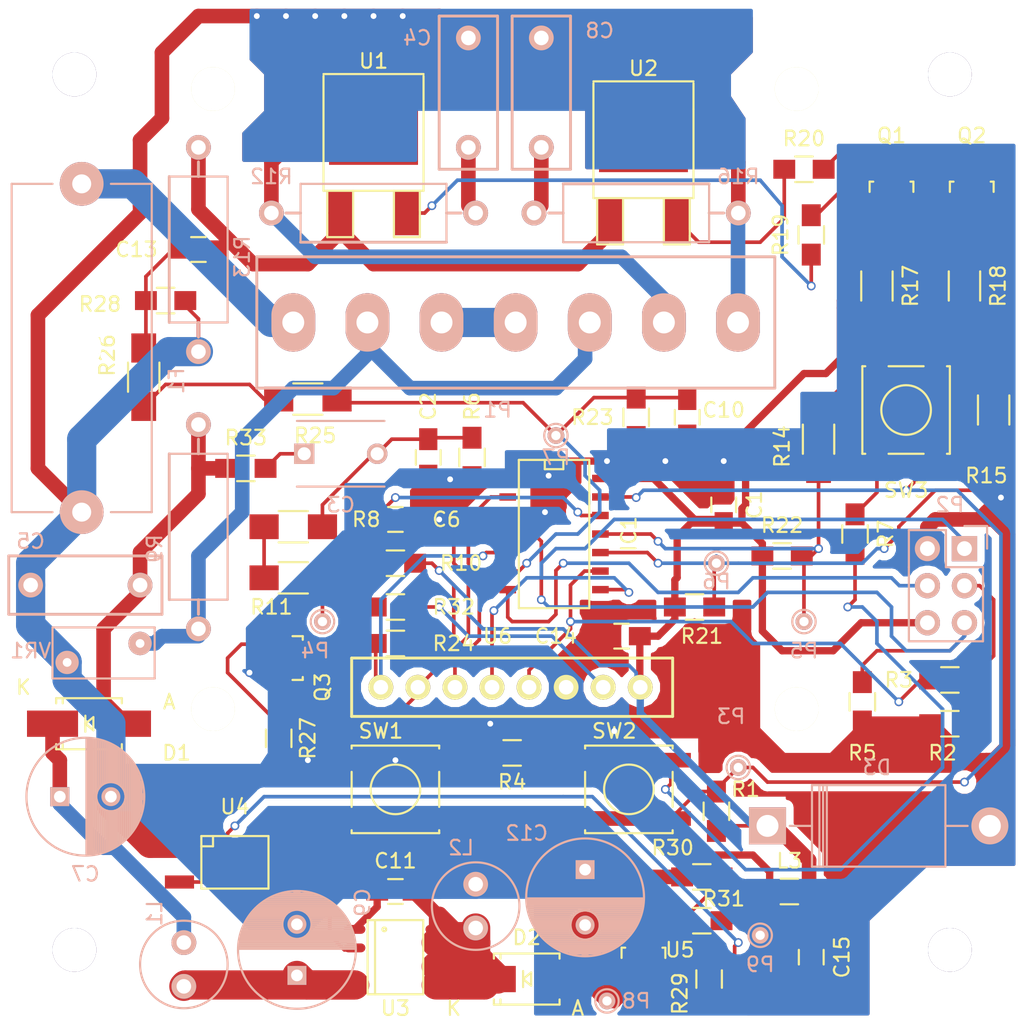
<source format=kicad_pcb>
(kicad_pcb (version 20171130) (host pcbnew 5.0.2-bee76a0~70~ubuntu16.04.1)
  (layers (0 F.Cu signal) (31 B.Cu signal) (34 B.Paste user) (35 F.Paste user) (36 B.SilkS user) (37 F.SilkS user) (38 B.Mask user) (39 F.Mask user) (44 Edge.Cuts user))
  (net 0 "")
  (net 1 GND)
  (net 2 -3V3)
  (net 3 "Net-(C2-Pad2)")
  (net 4 "Net-(C3-Pad1)")
  (net 5 "Net-(C4-Pad1)")
  (net 6 "Net-(C6-Pad2)")
  (net 7 "Net-(C7-Pad1)")
  (net 8 "Net-(C8-Pad1)")
  (net 9 "Net-(C9-Pad1)")
  (net 10 "Net-(C10-Pad1)")
  (net 11 "Net-(C11-Pad1)")
  (net 12 "Net-(C11-Pad2)")
  (net 13 "Net-(C12-Pad2)")
  (net 14 SENSE)
  (net 15 "Net-(C13-Pad2)")
  (net 16 "Net-(F1-Pad2)")
  (net 17 nCE)
  (net 18 D/nC)
  (net 19 /RST)
  (net 20 nRESET)
  (net 21 /MOSI)
  (net 22 LCDDin)
  (net 23 LCDCLK)
  (net 24 "Net-(IC1-Pad10)")
  (net 25 "Net-(IC1-Pad11)")
  (net 26 "Net-(IC1-Pad13)")
  (net 27 "Net-(P1-Pad2)")
  (net 28 "Net-(P1-Pad3)")
  (net 29 "Net-(P1-Pad6)")
  (net 30 "Net-(P1-Pad7)")
  (net 31 /CLK)
  (net 32 "Net-(Q1-Pad1)")
  (net 33 "Net-(Q1-Pad3)")
  (net 34 "Net-(Q2-Pad1)")
  (net 35 "Net-(Q2-Pad3)")
  (net 36 "Net-(Q3-Pad3)")
  (net 37 "Net-(R4-Pad1)")
  (net 38 "Net-(R7-Pad1)")
  (net 39 "Net-(R11-Pad2)")
  (net 40 "Net-(R14-Pad1)")
  (net 41 "Net-(R15-Pad1)")
  (net 42 DOWN)
  (net 43 UP)
  (net 44 "Net-(R25-Pad1)")
  (net 45 "Net-(R29-Pad1)")
  (net 46 "Net-(R29-Pad2)")
  (net 47 "Net-(R30-Pad2)")
  (net 48 "Net-(R32-Pad2)")
  (net 49 "Net-(U3-Pad2)")
  (net 50 "Net-(C5-Pad1)")
  (module footprints:Resistor_14mm (layer B.Cu) (at 174.5 74 270)
    (fp_text reference R9 (at 1.5 3 90) (layer B.SilkS) (effects (justify mirror)))
    (fp_text value 47 hide)
    (pad 1 thru_hole circle (at -7 0 270) (size 1.7 1.7) (drill 1) (layers *.Cu *.Mask B.SilkS) (net 50 "Net-(C5-Pad1)"))
    (pad 2 thru_hole circle (at 7 0 270) (size 1.7 1.7) (drill 1) (layers *.Cu *.Mask B.SilkS) (net 27 "Net-(P1-Pad2)"))
  )
  (module Capacitors_ThroughHole:C_Radial_D8_L11.5_P3.5 (layer B.Cu) (at 181.25 104.75 90)
    (fp_text reference C9 (at 5 4.5 90) (layer B.SilkS) (effects (justify mirror)))
    (fp_text value 2.2uF hide)
    (pad 2 thru_hole circle (at 3.5 0 90) (size 1.3 1.3) (drill 0.8) (layers *.Cu *.Mask B.SilkS) (net 1 GND))
    (pad 1 thru_hole rect (at 0 0 90) (size 1.3 1.3) (drill 0.8) (layers *.Cu *.Mask B.SilkS) (net 9 "Net-(C9-Pad1)"))
  )
  (module Varistors:RV_Disc_D7_W3.5_P5 (layer B.Cu) (at 170.5 82 180)
    (fp_text reference VR1 (at 7.5 -0.5 180) (layer B.SilkS) (effects (justify mirror)))
    (fp_text value JVR7N391K hide)
    (pad 1 thru_hole circle (at 0 0 180) (size 1.6 1.6) (drill 0.6) (layers *.Cu *.Mask B.SilkS) (net 27 "Net-(P1-Pad2)"))
    (pad 2 thru_hole circle (at 5 -1.3 180) (size 1.6 1.6) (drill 0.6) (layers *.Cu *.Mask B.SilkS) (net 1 GND))
  )
  (module footprints:Nokia_lcd5110 (layer F.Cu) (at 187 85)
    (fp_text reference U6 (at 8 -3.5) (layer F.SilkS))
    (fp_text value LCD5110 hide)
    (pad 1 thru_hole circle (at 0 0) (size 1.7 1.7) (drill 1) (layers *.Cu *.Mask F.SilkS) (net 20 nRESET))
    (pad 2 thru_hole circle (at 2.54 0) (size 1.7 1.7) (drill 1) (layers *.Cu *.Mask F.SilkS) (net 17 nCE))
    (pad 3 thru_hole circle (at 5.08 0) (size 1.7 1.7) (drill 1) (layers *.Cu *.Mask F.SilkS) (net 18 D/nC))
    (pad 4 thru_hole circle (at 7.62 0) (size 1.7 1.7) (drill 1) (layers *.Cu *.Mask F.SilkS) (net 22 LCDDin))
    (pad 5 thru_hole circle (at 10.16 0) (size 1.7 1.7) (drill 1) (layers *.Cu *.Mask F.SilkS) (net 23 LCDCLK))
    (pad 6 thru_hole circle (at 12.7 0) (size 1.7 1.7) (drill 1) (layers *.Cu *.Mask F.SilkS) (net 1 GND))
    (pad 7 thru_hole circle (at 15.24 0) (size 1.7 1.7) (drill 1) (layers *.Cu *.Mask F.SilkS) (net 48 "Net-(R32-Pad2)"))
    (pad 8 thru_hole circle (at 17.78 0) (size 1.7 1.7) (drill 1) (layers *.Cu *.Mask F.SilkS) (net 2 -3V3))
    (pad "" np_thru_hole circle (at -11.5 1.5) (size 3 3) (drill 3) (layers *.Cu *.Mask F.SilkS))
    (pad "" np_thru_hole circle (at 28.5 1.5) (size 3 3) (drill 3) (layers *.Cu *.Mask F.SilkS))
    (pad "" np_thru_hole circle (at -11.5 -41) (size 3 3) (drill 3) (layers *.Cu *.Mask F.SilkS))
    (pad "" np_thru_hole circle (at 28.5 -41) (size 3 3) (drill 3) (layers *.Cu *.Mask F.SilkS))
  )
  (module Resistors_SMD:R_0805_HandSoldering (layer F.Cu) (at 188 82)
    (fp_text reference R24 (at 4 0) (layer F.SilkS))
    (fp_text value 100k hide)
    (pad 1 smd rect (at -1.35 0) (size 1.5 1.3) (layers F.Cu F.Paste F.Mask) (net 20 nRESET))
    (pad 2 smd rect (at 1.35 0) (size 1.5 1.3) (layers F.Cu F.Paste F.Mask) (net 2 -3V3))
  )
  (module footprints:Choke_6mm (layer B.Cu) (at 173.5 104 270)
    (fp_text reference L1 (at -3.5 2 270) (layer B.SilkS) (effects (justify mirror)))
    (fp_text value 100uH hide)
    (pad 1 thru_hole circle (at -1.5 0 270) (size 1.7 1.7) (drill 1) (layers *.Cu *.Mask B.SilkS) (net 7 "Net-(C7-Pad1)"))
    (pad 2 thru_hole circle (at 1.5 0 270) (size 1.7 1.7) (drill 1) (layers *.Cu *.Mask B.SilkS) (net 9 "Net-(C9-Pad1)"))
  )
  (module footprints:Resistor_14mm (layer B.Cu) (at 174.5 55 270)
    (fp_text reference R13 (at 0.5 -3 270) (layer B.SilkS) (effects (justify mirror)))
    (fp_text value 1)
    (pad 1 thru_hole circle (at -7 0 270) (size 1.7 1.7) (drill 1) (layers *.Cu *.Mask B.SilkS) (net 14 SENSE))
    (pad 2 thru_hole circle (at 7 0 270) (size 1.7 1.7) (drill 1) (layers *.Cu *.Mask B.SilkS) (net 1 GND))
  )
  (module Capacitors_SMD:C_0805_HandSoldering (layer F.Cu) (at 210.5 72.5 270)
    (fp_text reference C1 (at 0 -2.1 270) (layer F.SilkS))
    (fp_text value 100nF hide)
    (pad 1 smd rect (at -1.25 0 270) (size 1.5 1.25) (layers F.Cu F.Paste F.Mask) (net 1 GND))
    (pad 2 smd rect (at 1.25 0 270) (size 1.5 1.25) (layers F.Cu F.Paste F.Mask) (net 2 -3V3))
  )
  (module Capacitors_SMD:C_0805_HandSoldering (layer F.Cu) (at 190.25 69.25 90)
    (fp_text reference C2 (at 3.5 0 90) (layer F.SilkS))
    (fp_text value 150nF hide)
    (pad 1 smd rect (at -1.25 0 90) (size 1.5 1.25) (layers F.Cu F.Paste F.Mask) (net 1 GND))
    (pad 2 smd rect (at 1.25 0 90) (size 1.5 1.25) (layers F.Cu F.Paste F.Mask) (net 3 "Net-(C2-Pad2)"))
  )
  (module Capacitors_ThroughHole:C_Disc_D6_P5 (layer B.Cu) (at 181.75 69)
    (fp_text reference C3 (at 2.5 3.5) (layer B.SilkS) (effects (justify mirror)))
    (fp_text value 470pF hide)
    (pad 1 thru_hole rect (at 0 0) (size 1.4 1.4) (drill 0.9) (layers *.Cu *.Mask B.SilkS) (net 4 "Net-(C3-Pad1)"))
    (pad 2 thru_hole circle (at 5 0) (size 1.4 1.4) (drill 0.9) (layers *.Cu *.Mask B.SilkS) (net 3 "Net-(C2-Pad2)"))
  )
  (module footprints:capacitor_RM7.5 (layer B.Cu) (at 193 48 90)
    (fp_text reference C4 (at 7.5 -3.5) (layer B.SilkS) (effects (justify mirror)))
    (fp_text value 10nF hide)
    (pad 1 thru_hole circle (at 0 0 90) (size 1.7 1.7) (drill 1) (layers *.Cu *.Mask B.SilkS) (net 5 "Net-(C4-Pad1)"))
    (pad 2 thru_hole circle (at 7.5 0 90) (size 1.7 1.7) (drill 1) (layers *.Cu *.Mask B.SilkS) (net 1 GND))
  )
  (module footprints:capacitor_RM7.5 (layer B.Cu) (at 170.5 78 180)
    (fp_text reference C5 (at 7.5 3 180) (layer B.SilkS) (effects (justify mirror)))
    (fp_text value 10nF hide)
    (pad 1 thru_hole circle (at 0 0 180) (size 1.7 1.7) (drill 1) (layers *.Cu *.Mask B.SilkS) (net 50 "Net-(C5-Pad1)"))
    (pad 2 thru_hole circle (at 7.5 0 180) (size 1.7 1.7) (drill 1) (layers *.Cu *.Mask B.SilkS) (net 1 GND))
  )
  (module Capacitors_SMD:C_0805_HandSoldering (layer F.Cu) (at 188 73.5 180)
    (fp_text reference C6 (at -3.5 0 180) (layer F.SilkS))
    (fp_text value 100pF hide)
    (pad 1 smd rect (at -1.25 0 180) (size 1.5 1.25) (layers F.Cu F.Paste F.Mask) (net 1 GND))
    (pad 2 smd rect (at 1.25 0 180) (size 1.5 1.25) (layers F.Cu F.Paste F.Mask) (net 6 "Net-(C6-Pad2)"))
  )
  (module Capacitors_ThroughHole:C_Radial_D8_L11.5_P3.5 (layer B.Cu) (at 165 92.5)
    (fp_text reference C7 (at 1.75 5.3) (layer B.SilkS) (effects (justify mirror)))
    (fp_text value 2.2uF hide)
    (pad 2 thru_hole circle (at 3.5 0) (size 1.3 1.3) (drill 0.8) (layers *.Cu *.Mask B.SilkS) (net 1 GND))
    (pad 1 thru_hole rect (at 0 0) (size 1.3 1.3) (drill 0.8) (layers *.Cu *.Mask B.SilkS) (net 7 "Net-(C7-Pad1)"))
  )
  (module footprints:capacitor_RM7.5 (layer B.Cu) (at 198 48 90)
    (fp_text reference C8 (at 8 4 180) (layer B.SilkS) (effects (justify mirror)))
    (fp_text value 10nF hide)
    (pad 1 thru_hole circle (at 0 0 90) (size 1.7 1.7) (drill 1) (layers *.Cu *.Mask B.SilkS) (net 8 "Net-(C8-Pad1)"))
    (pad 2 thru_hole circle (at 7.5 0 90) (size 1.7 1.7) (drill 1) (layers *.Cu *.Mask B.SilkS) (net 1 GND))
  )
  (module Capacitors_SMD:C_0805_HandSoldering (layer F.Cu) (at 208 66.5 270)
    (fp_text reference C10 (at -0.5 -2.5) (layer F.SilkS))
    (fp_text value 100pF hide)
    (pad 1 smd rect (at -1.25 0 270) (size 1.5 1.25) (layers F.Cu F.Paste F.Mask) (net 10 "Net-(C10-Pad1)"))
    (pad 2 smd rect (at 1.25 0 270) (size 1.5 1.25) (layers F.Cu F.Paste F.Mask) (net 2 -3V3))
  )
  (module Capacitors_SMD:C_0805_HandSoldering (layer F.Cu) (at 188 99)
    (fp_text reference C11 (at 0 -2.1) (layer F.SilkS))
    (fp_text value 100nF hide)
    (pad 1 smd rect (at -1.25 0) (size 1.5 1.25) (layers F.Cu F.Paste F.Mask) (net 11 "Net-(C11-Pad1)"))
    (pad 2 smd rect (at 1.25 0) (size 1.5 1.25) (layers F.Cu F.Paste F.Mask) (net 12 "Net-(C11-Pad2)"))
  )
  (module Capacitors_ThroughHole:C_Radial_D8_L13_P3.8 (layer B.Cu) (at 201 97.5 270)
    (fp_text reference C12 (at -2.5 4) (layer B.SilkS) (effects (justify mirror)))
    (fp_text value 100uF hide)
    (pad 1 thru_hole rect (at 0 0 270) (size 1.3 1.3) (drill 0.8) (layers *.Cu *.Mask B.SilkS) (net 1 GND))
    (pad 2 thru_hole circle (at 3.8 0 270) (size 1.3 1.3) (drill 0.8) (layers *.Cu *.Mask B.SilkS) (net 13 "Net-(C12-Pad2)"))
  )
  (module Capacitors_SMD:C_0805_HandSoldering (layer F.Cu) (at 174.5 55 180)
    (fp_text reference C13 (at 4.25 0 180) (layer F.SilkS))
    (fp_text value 100nF hide)
    (pad 1 smd rect (at -1.25 0 180) (size 1.5 1.25) (layers F.Cu F.Paste F.Mask) (net 14 SENSE))
    (pad 2 smd rect (at 1.25 0 180) (size 1.5 1.25) (layers F.Cu F.Paste F.Mask) (net 15 "Net-(C13-Pad2)"))
  )
  (module Capacitors_SMD:C_0805_HandSoldering (layer F.Cu) (at 203.5 81.5)
    (fp_text reference C14 (at -4.5 0) (layer F.SilkS))
    (fp_text value 100nF hide)
    (pad 1 smd rect (at -1.25 0) (size 1.5 1.25) (layers F.Cu F.Paste F.Mask) (net 1 GND))
    (pad 2 smd rect (at 1.25 0) (size 1.5 1.25) (layers F.Cu F.Paste F.Mask) (net 2 -3V3))
  )
  (module Capacitors_SMD:C_0805_HandSoldering (layer F.Cu) (at 216.5 103.5 270)
    (fp_text reference C15 (at 0 -2.1 270) (layer F.SilkS))
    (fp_text value 1uF hide)
    (pad 1 smd rect (at -1.25 0 270) (size 1.5 1.25) (layers F.Cu F.Paste F.Mask) (net 2 -3V3))
    (pad 2 smd rect (at 1.25 0 270) (size 1.5 1.25) (layers F.Cu F.Paste F.Mask) (net 1 GND))
  )
  (module Diodes_SMD:SMA_Handsoldering (layer F.Cu) (at 167 87.5)
    (fp_text reference D1 (at 6 2) (layer F.SilkS))
    (fp_text value US1M hide)
    (fp_text user K (at -4.5 -2.5) (layer F.SilkS))
    (fp_text user A (at 5.5 -1.5) (layer F.SilkS))
    (pad 1 smd rect (at -2.49936 0) (size 3.50012 1.80086) (layers F.Cu F.Paste F.Mask) (net 7 "Net-(C7-Pad1)"))
    (pad 2 smd rect (at 2.49936 0) (size 3.50012 1.80086) (layers F.Cu F.Paste F.Mask) (net 50 "Net-(C5-Pad1)"))
  )
  (module Diodes_SMD:SMA_Handsoldering (layer F.Cu) (at 197 105)
    (fp_text reference D2 (at 0 -2.85) (layer F.SilkS))
    (fp_text value US1M hide)
    (fp_text user K (at -5 2) (layer F.SilkS))
    (fp_text user A (at 3.5 2) (layer F.SilkS))
    (pad 1 smd rect (at -2.49936 0) (size 3.50012 1.80086) (layers F.Cu F.Paste F.Mask) (net 12 "Net-(C11-Pad2)"))
    (pad 2 smd rect (at 2.49936 0) (size 3.50012 1.80086) (layers F.Cu F.Paste F.Mask) (net 13 "Net-(C12-Pad2)"))
  )
  (module Fuse_Holders_and_Fuses:Fuseholder5x20_horiz_open_Schurter_0031_8201 (layer B.Cu) (at 166.5 73 90)
    (fp_text reference F1 (at 9 6.5 90) (layer B.SilkS) (effects (justify mirror)))
    (fp_text value "1A slow" hide)
    (pad 1 thru_hole circle (at 0 0 90) (size 3 3) (drill 1.3) (layers *.Cu *.Mask B.SilkS) (net 1 GND))
    (pad 2 thru_hole circle (at 22.5 0 90) (size 3 3) (drill 1.3) (layers *.Cu *.Mask B.SilkS) (net 16 "Net-(F1-Pad2)"))
    (pad "" np_thru_hole circle (at 11.25 0 90) (size 2.7 2.7) (drill 2.7) (layers *.Cu *.Mask))
  )
  (module footprints:Choke_6mm (layer B.Cu) (at 193.5 100 270)
    (fp_text reference L2 (at -4 1 180) (layer B.SilkS) (effects (justify mirror)))
    (fp_text value 1mH hide)
    (pad 1 thru_hole circle (at -1.5 0 270) (size 1.7 1.7) (drill 1) (layers *.Cu *.Mask B.SilkS) (net 1 GND))
    (pad 2 thru_hole circle (at 1.5 0 270) (size 1.7 1.7) (drill 1) (layers *.Cu *.Mask B.SilkS) (net 12 "Net-(C11-Pad2)"))
  )
  (module Resistors_SMD:R_0805_HandSoldering (layer F.Cu) (at 215 99)
    (fp_text reference L3 (at 0 -2.1) (layer F.SilkS))
    (fp_text value 10uH hide)
    (pad 1 smd rect (at -1.35 0) (size 1.5 1.3) (layers F.Cu F.Paste F.Mask) (net 13 "Net-(C12-Pad2)"))
    (pad 2 smd rect (at 1.35 0) (size 1.5 1.3) (layers F.Cu F.Paste F.Mask) (net 2 -3V3))
  )
  (module footprints:Power_connector_Straight_508_7pin (layer B.Cu) (at 181 60 270)
    (fp_text reference P1 (at 6 -14) (layer B.SilkS) (effects (justify mirror)))
    (fp_text value CONN_01X07 hide)
    (pad 1 thru_hole oval (at 0 0 270) (size 4 3) (drill 1.5) (layers *.Cu *.Mask B.SilkS) (net 16 "Net-(F1-Pad2)"))
    (pad 2 thru_hole oval (at 0 -5.08 270) (size 4 3) (drill 1.5) (layers *.Cu *.Mask B.SilkS) (net 27 "Net-(P1-Pad2)"))
    (pad 3 thru_hole oval (at 0 -10.16 270) (size 4 3) (drill 1.5) (layers *.Cu *.Mask B.SilkS) (net 28 "Net-(P1-Pad3)"))
    (pad 4 thru_hole oval (at 0 -15.24 270) (size 4 3) (drill 1.5) (layers *.Cu *.Mask B.SilkS) (net 28 "Net-(P1-Pad3)"))
    (pad 5 thru_hole oval (at 0 -20.32 270) (size 4 3) (drill 1.5) (layers *.Cu *.Mask B.SilkS) (net 27 "Net-(P1-Pad2)"))
    (pad 6 thru_hole oval (at 0 -25.4 270) (size 4 3) (drill 1.5) (layers *.Cu *.Mask B.SilkS) (net 29 "Net-(P1-Pad6)"))
    (pad 7 thru_hole oval (at 0 -30.48 270) (size 4 3) (drill 1.5) (layers *.Cu *.Mask B.SilkS) (net 30 "Net-(P1-Pad7)"))
  )
  (module Pin_Headers:Pin_Header_Straight_2x03 (layer B.Cu) (at 227 75.5 180)
    (fp_text reference P2 (at 1 3 180) (layer B.SilkS) (effects (justify mirror)))
    (fp_text value CONN_02X03 hide)
    (pad 1 thru_hole rect (at 0 0 180) (size 1.7272 1.7272) (drill 1.016) (layers *.Cu *.Mask B.SilkS) (net 22 LCDDin))
    (pad 2 thru_hole oval (at 2.54 0 180) (size 1.7272 1.7272) (drill 1.016) (layers *.Cu *.Mask B.SilkS) (net 1 GND))
    (pad 3 thru_hole oval (at 0 -2.54 180) (size 1.7272 1.7272) (drill 1.016) (layers *.Cu *.Mask B.SilkS) (net 31 /CLK))
    (pad 4 thru_hole oval (at 2.54 -2.54 180) (size 1.7272 1.7272) (drill 1.016) (layers *.Cu *.Mask B.SilkS) (net 21 /MOSI))
    (pad 5 thru_hole oval (at 0 -5.08 180) (size 1.7272 1.7272) (drill 1.016) (layers *.Cu *.Mask B.SilkS) (net 19 /RST))
    (pad 6 thru_hole oval (at 2.54 -5.08 180) (size 1.7272 1.7272) (drill 1.016) (layers *.Cu *.Mask B.SilkS) (net 2 -3V3))
  )
  (module TO_SOT_Packages_SMD:SOT-23_Handsoldering (layer F.Cu) (at 222 51)
    (fp_text reference Q1 (at 0 -3.81) (layer F.SilkS))
    (fp_text value BSS138 hide)
    (pad 1 smd rect (at -0.95 1.50114) (size 0.8001 1.80086) (layers F.Cu F.Paste F.Mask) (net 32 "Net-(Q1-Pad1)"))
    (pad 2 smd rect (at 0.95 1.50114) (size 0.8001 1.80086) (layers F.Cu F.Paste F.Mask) (net 2 -3V3))
    (pad 3 smd rect (at 0 -1.50114) (size 0.8001 1.80086) (layers F.Cu F.Paste F.Mask) (net 33 "Net-(Q1-Pad3)"))
  )
  (module TO_SOT_Packages_SMD:SOT-23_Handsoldering (layer F.Cu) (at 227.5 51)
    (fp_text reference Q2 (at 0 -3.81) (layer F.SilkS))
    (fp_text value BSS138 hide)
    (pad 1 smd rect (at -0.95 1.50114) (size 0.8001 1.80086) (layers F.Cu F.Paste F.Mask) (net 34 "Net-(Q2-Pad1)"))
    (pad 2 smd rect (at 0.95 1.50114) (size 0.8001 1.80086) (layers F.Cu F.Paste F.Mask) (net 2 -3V3))
    (pad 3 smd rect (at 0 -1.50114) (size 0.8001 1.80086) (layers F.Cu F.Paste F.Mask) (net 35 "Net-(Q2-Pad3)"))
  )
  (module TO_SOT_Packages_SMD:SOT-23_Handsoldering (layer F.Cu) (at 181 83 270)
    (fp_text reference Q3 (at 2 -2 270) (layer F.SilkS))
    (fp_text value OA3401A hide)
    (pad 1 smd rect (at -0.95 1.50114 270) (size 0.8001 1.80086) (layers F.Cu F.Paste F.Mask) (net 17 nCE))
    (pad 2 smd rect (at 0.95 1.50114 270) (size 0.8001 1.80086) (layers F.Cu F.Paste F.Mask) (net 1 GND))
    (pad 3 smd rect (at 0 -1.50114 270) (size 0.8001 1.80086) (layers F.Cu F.Paste F.Mask) (net 36 "Net-(Q3-Pad3)"))
  )
  (module Resistors_SMD:R_0805_HandSoldering (layer F.Cu) (at 210 93.5 270)
    (fp_text reference R1 (at -1.5 -2) (layer F.SilkS))
    (fp_text value 100k hide)
    (pad 1 smd rect (at -1.35 0 270) (size 1.5 1.3) (layers F.Cu F.Paste F.Mask) (net 26 "Net-(IC1-Pad13)"))
    (pad 2 smd rect (at 1.35 0 270) (size 1.5 1.3) (layers F.Cu F.Paste F.Mask) (net 2 -3V3))
  )
  (module Resistors_SMD:R_0805_HandSoldering (layer F.Cu) (at 226 87.5)
    (fp_text reference R2 (at -0.5 2) (layer F.SilkS))
    (fp_text value 100k hide)
    (pad 1 smd rect (at -1.35 0) (size 1.5 1.3) (layers F.Cu F.Paste F.Mask) (net 1 GND))
    (pad 2 smd rect (at 1.35 0) (size 1.5 1.3) (layers F.Cu F.Paste F.Mask) (net 31 /CLK))
  )
  (module Resistors_SMD:R_0805_HandSoldering (layer F.Cu) (at 196 89.5)
    (fp_text reference R4 (at 0 2) (layer F.SilkS))
    (fp_text value 47k hide)
    (pad 1 smd rect (at -1.35 0) (size 1.5 1.3) (layers F.Cu F.Paste F.Mask) (net 37 "Net-(R4-Pad1)"))
    (pad 2 smd rect (at 1.35 0) (size 1.5 1.3) (layers F.Cu F.Paste F.Mask) (net 1 GND))
  )
  (module Resistors_SMD:R_0805_HandSoldering (layer F.Cu) (at 220 86 90)
    (fp_text reference R5 (at -3.5 0 180) (layer F.SilkS))
    (fp_text value 4.7k hide)
    (pad 1 smd rect (at -1.35 0 90) (size 1.5 1.3) (layers F.Cu F.Paste F.Mask) (net 1 GND))
    (pad 2 smd rect (at 1.35 0 90) (size 1.5 1.3) (layers F.Cu F.Paste F.Mask) (net 19 /RST))
  )
  (module Resistors_SMD:R_0805_HandSoldering (layer F.Cu) (at 193.25 69.25 90)
    (fp_text reference R6 (at 3.5 0 90) (layer F.SilkS))
    (fp_text value 1M hide)
    (pad 1 smd rect (at -1.35 0 90) (size 1.5 1.3) (layers F.Cu F.Paste F.Mask) (net 1 GND))
    (pad 2 smd rect (at 1.35 0 90) (size 1.5 1.3) (layers F.Cu F.Paste F.Mask) (net 3 "Net-(C2-Pad2)"))
  )
  (module Resistors_SMD:R_0805_HandSoldering (layer F.Cu) (at 219.5 74.5 270)
    (fp_text reference R7 (at 0 -2.1 270) (layer F.SilkS))
    (fp_text value 47k hide)
    (pad 1 smd rect (at -1.35 0 270) (size 1.5 1.3) (layers F.Cu F.Paste F.Mask) (net 38 "Net-(R7-Pad1)"))
    (pad 2 smd rect (at 1.35 0 270) (size 1.5 1.3) (layers F.Cu F.Paste F.Mask) (net 37 "Net-(R4-Pad1)"))
  )
  (module Resistors_SMD:R_1206_HandSoldering (layer F.Cu) (at 181 74)
    (fp_text reference R8 (at 5 -0.5) (layer F.SilkS))
    (fp_text value 100k hide)
    (pad 1 smd rect (at -2 0) (size 2 1.7) (layers F.Cu F.Paste F.Mask) (net 39 "Net-(R11-Pad2)"))
    (pad 2 smd rect (at 2 0) (size 2 1.7) (layers F.Cu F.Paste F.Mask) (net 3 "Net-(C2-Pad2)"))
  )
  (module Resistors_SMD:R_0805_HandSoldering (layer F.Cu) (at 188 76.5)
    (fp_text reference R10 (at 4.5 0) (layer F.SilkS))
    (fp_text value 1M hide)
    (pad 1 smd rect (at -1.35 0) (size 1.5 1.3) (layers F.Cu F.Paste F.Mask) (net 6 "Net-(C6-Pad2)"))
    (pad 2 smd rect (at 1.35 0) (size 1.5 1.3) (layers F.Cu F.Paste F.Mask) (net 2 -3V3))
  )
  (module Resistors_SMD:R_1206_HandSoldering (layer F.Cu) (at 181 77.5 180)
    (fp_text reference R11 (at 1.5 -2 180) (layer F.SilkS))
    (fp_text value 100k hide)
    (pad 1 smd rect (at -2 0 180) (size 2 1.7) (layers F.Cu F.Paste F.Mask) (net 6 "Net-(C6-Pad2)"))
    (pad 2 smd rect (at 2 0 180) (size 2 1.7) (layers F.Cu F.Paste F.Mask) (net 39 "Net-(R11-Pad2)"))
  )
  (module footprints:Resistor_14mm (layer B.Cu) (at 186.5 52.5)
    (fp_text reference R12 (at -7 -2.5) (layer B.SilkS) (effects (justify mirror)))
    (fp_text value 2.2k)
    (pad 1 thru_hole circle (at -7 0) (size 1.7 1.7) (drill 1) (layers *.Cu *.Mask B.SilkS) (net 29 "Net-(P1-Pad6)"))
    (pad 2 thru_hole circle (at 7 0) (size 1.7 1.7) (drill 1) (layers *.Cu *.Mask B.SilkS) (net 5 "Net-(C4-Pad1)"))
  )
  (module Resistors_SMD:R_1206_HandSoldering (layer F.Cu) (at 217 68 270)
    (fp_text reference R14 (at 0.5 2.5 270) (layer F.SilkS))
    (fp_text value 100k hide)
    (pad 1 smd rect (at -2 0 270) (size 2 1.7) (layers F.Cu F.Paste F.Mask) (net 40 "Net-(R14-Pad1)"))
    (pad 2 smd rect (at 2 0 270) (size 2 1.7) (layers F.Cu F.Paste F.Mask) (net 25 "Net-(IC1-Pad11)"))
  )
  (module Resistors_SMD:R_1206_HandSoldering (layer F.Cu) (at 229 66 270)
    (fp_text reference R15 (at 4.5 0.5) (layer F.SilkS))
    (fp_text value 100k hide)
    (pad 1 smd rect (at -2 0 270) (size 2 1.7) (layers F.Cu F.Paste F.Mask) (net 41 "Net-(R15-Pad1)"))
    (pad 2 smd rect (at 2 0 270) (size 2 1.7) (layers F.Cu F.Paste F.Mask) (net 24 "Net-(IC1-Pad10)"))
  )
  (module footprints:Resistor_14mm (layer B.Cu) (at 204.5 52.5 180)
    (fp_text reference R16 (at -7 2.5 180) (layer B.SilkS) (effects (justify mirror)))
    (fp_text value 2.2k hide)
    (pad 1 thru_hole circle (at -7 0 180) (size 1.7 1.7) (drill 1) (layers *.Cu *.Mask B.SilkS) (net 30 "Net-(P1-Pad7)"))
    (pad 2 thru_hole circle (at 7 0 180) (size 1.7 1.7) (drill 1) (layers *.Cu *.Mask B.SilkS) (net 8 "Net-(C8-Pad1)"))
  )
  (module Resistors_SMD:R_1206_HandSoldering (layer F.Cu) (at 221 57.5 270)
    (fp_text reference R17 (at 0 -2.3 270) (layer F.SilkS))
    (fp_text value 100k hide)
    (pad 1 smd rect (at -2 0 270) (size 2 1.7) (layers F.Cu F.Paste F.Mask) (net 32 "Net-(Q1-Pad1)"))
    (pad 2 smd rect (at 2 0 270) (size 2 1.7) (layers F.Cu F.Paste F.Mask) (net 40 "Net-(R14-Pad1)"))
  )
  (module Resistors_SMD:R_1206_HandSoldering (layer F.Cu) (at 227 57.5 270)
    (fp_text reference R18 (at 0 -2.3 270) (layer F.SilkS))
    (fp_text value 100k hide)
    (pad 1 smd rect (at -2 0 270) (size 2 1.7) (layers F.Cu F.Paste F.Mask) (net 34 "Net-(Q2-Pad1)"))
    (pad 2 smd rect (at 2 0 270) (size 2 1.7) (layers F.Cu F.Paste F.Mask) (net 41 "Net-(R15-Pad1)"))
  )
  (module Resistors_SMD:R_0805_HandSoldering (layer F.Cu) (at 216.5 54 90)
    (fp_text reference R19 (at 0 -2.1 90) (layer F.SilkS))
    (fp_text value 100 hide)
    (pad 1 smd rect (at -1.35 0 90) (size 1.5 1.3) (layers F.Cu F.Paste F.Mask) (net 42 DOWN))
    (pad 2 smd rect (at 1.35 0 90) (size 1.5 1.3) (layers F.Cu F.Paste F.Mask) (net 33 "Net-(Q1-Pad3)"))
  )
  (module Resistors_SMD:R_0805_HandSoldering (layer F.Cu) (at 216 49.5)
    (fp_text reference R20 (at 0 -2.1) (layer F.SilkS))
    (fp_text value 100 hide)
    (pad 1 smd rect (at -1.35 0) (size 1.5 1.3) (layers F.Cu F.Paste F.Mask) (net 43 UP))
    (pad 2 smd rect (at 1.35 0) (size 1.5 1.3) (layers F.Cu F.Paste F.Mask) (net 35 "Net-(Q2-Pad3)"))
  )
  (module Resistors_SMD:R_0805_HandSoldering (layer F.Cu) (at 208.5 79.5)
    (fp_text reference R21 (at 0.5 2) (layer F.SilkS))
    (fp_text value 100k hide)
    (pad 1 smd rect (at -1.35 0) (size 1.5 1.3) (layers F.Cu F.Paste F.Mask) (net 2 -3V3))
    (pad 2 smd rect (at 1.35 0) (size 1.5 1.3) (layers F.Cu F.Paste F.Mask) (net 24 "Net-(IC1-Pad10)"))
  )
  (module Resistors_SMD:R_0805_HandSoldering (layer F.Cu) (at 214.5 76)
    (fp_text reference R22 (at 0 -2.1) (layer F.SilkS))
    (fp_text value 100k hide)
    (pad 1 smd rect (at -1.35 0) (size 1.5 1.3) (layers F.Cu F.Paste F.Mask) (net 2 -3V3))
    (pad 2 smd rect (at 1.35 0) (size 1.5 1.3) (layers F.Cu F.Paste F.Mask) (net 25 "Net-(IC1-Pad11)"))
  )
  (module Resistors_SMD:R_0805_HandSoldering (layer F.Cu) (at 204.5 66.5 270)
    (fp_text reference R23 (at 0 3) (layer F.SilkS))
    (fp_text value 1M hide)
    (pad 1 smd rect (at -1.35 0 270) (size 1.5 1.3) (layers F.Cu F.Paste F.Mask) (net 10 "Net-(C10-Pad1)"))
    (pad 2 smd rect (at 1.35 0 270) (size 1.5 1.3) (layers F.Cu F.Paste F.Mask) (net 2 -3V3))
  )
  (module Resistors_SMD:R_1206_HandSoldering (layer F.Cu) (at 182 65.25)
    (fp_text reference R25 (at 0.5 2.5) (layer F.SilkS))
    (fp_text value 100k hide)
    (pad 1 smd rect (at -2 0) (size 2 1.7) (layers F.Cu F.Paste F.Mask) (net 44 "Net-(R25-Pad1)"))
    (pad 2 smd rect (at 2 0) (size 2 1.7) (layers F.Cu F.Paste F.Mask) (net 10 "Net-(C10-Pad1)"))
  )
  (module Resistors_SMD:R_1206_HandSoldering (layer F.Cu) (at 170.75 63.75 270)
    (fp_text reference R26 (at -1.5 2.5 270) (layer F.SilkS))
    (fp_text value 100k hide)
    (pad 1 smd rect (at -2 0 270) (size 2 1.7) (layers F.Cu F.Paste F.Mask) (net 15 "Net-(C13-Pad2)"))
    (pad 2 smd rect (at 2 0 270) (size 2 1.7) (layers F.Cu F.Paste F.Mask) (net 44 "Net-(R25-Pad1)"))
  )
  (module Resistors_SMD:R_0805_HandSoldering (layer F.Cu) (at 180 88.5 90)
    (fp_text reference R27 (at 0 2 90) (layer F.SilkS))
    (fp_text value 100k hide)
    (pad 1 smd rect (at -1.35 0 90) (size 1.5 1.3) (layers F.Cu F.Paste F.Mask) (net 1 GND))
    (pad 2 smd rect (at 1.35 0 90) (size 1.5 1.3) (layers F.Cu F.Paste F.Mask) (net 17 nCE))
  )
  (module Resistors_SMD:R_0805_HandSoldering (layer F.Cu) (at 172.25 58.5)
    (fp_text reference R28 (at -4.5 0.25) (layer F.SilkS))
    (fp_text value 1M hide)
    (pad 1 smd rect (at -1.35 0) (size 1.5 1.3) (layers F.Cu F.Paste F.Mask) (net 15 "Net-(C13-Pad2)"))
    (pad 2 smd rect (at 1.35 0) (size 1.5 1.3) (layers F.Cu F.Paste F.Mask) (net 1 GND))
  )
  (module Resistors_SMD:R_0805_HandSoldering (layer F.Cu) (at 209.5 105 90)
    (fp_text reference R29 (at -1 -2 90) (layer F.SilkS))
    (fp_text value 10 hide)
    (pad 1 smd rect (at -1.35 0 90) (size 1.5 1.3) (layers F.Cu F.Paste F.Mask) (net 45 "Net-(R29-Pad1)"))
    (pad 2 smd rect (at 1.35 0 90) (size 1.5 1.3) (layers F.Cu F.Paste F.Mask) (net 46 "Net-(R29-Pad2)"))
  )
  (module Resistors_SMD:R_0805_HandSoldering (layer F.Cu) (at 209 98)
    (fp_text reference R30 (at -2 -2) (layer F.SilkS))
    (fp_text value 47k hide)
    (pad 1 smd rect (at -1.35 0) (size 1.5 1.3) (layers F.Cu F.Paste F.Mask) (net 13 "Net-(C12-Pad2)"))
    (pad 2 smd rect (at 1.35 0) (size 1.5 1.3) (layers F.Cu F.Paste F.Mask) (net 47 "Net-(R30-Pad2)"))
  )
  (module Resistors_SMD:R_0805_HandSoldering (layer F.Cu) (at 209 101)
    (fp_text reference R31 (at 1.5 -1.5) (layer F.SilkS))
    (fp_text value 12k hide)
    (pad 1 smd rect (at -1.35 0) (size 1.5 1.3) (layers F.Cu F.Paste F.Mask) (net 47 "Net-(R30-Pad2)"))
    (pad 2 smd rect (at 1.35 0) (size 1.5 1.3) (layers F.Cu F.Paste F.Mask) (net 1 GND))
  )
  (module Resistors_SMD:R_0805_HandSoldering (layer F.Cu) (at 188 79.5)
    (fp_text reference R32 (at 4 0) (layer F.SilkS))
    (fp_text value 22 hide)
    (pad 1 smd rect (at -1.35 0) (size 1.5 1.3) (layers F.Cu F.Paste F.Mask) (net 36 "Net-(Q3-Pad3)"))
    (pad 2 smd rect (at 1.35 0) (size 1.5 1.3) (layers F.Cu F.Paste F.Mask) (net 48 "Net-(R32-Pad2)"))
  )
  (module TO_SOT_Packages_SMD:TO-252-2Lead (layer F.Cu) (at 186.5 52.5)
    (fp_text reference U1 (at 0 -10.414) (layer F.SilkS))
    (fp_text value BT137S-600E hide)
    (pad 1 smd rect (at -2.286 0) (size 1.651 3.048) (layers F.Cu F.Paste F.Mask) (net 14 SENSE))
    (pad 2 smd rect (at 0 -6.35) (size 6.096 6.096) (layers F.Cu F.Paste F.Mask) (net 29 "Net-(P1-Pad6)"))
    (pad 3 smd rect (at 2.286 0) (size 1.651 3.048) (layers F.Cu F.Paste F.Mask) (net 42 DOWN))
  )
  (module TO_SOT_Packages_SMD:TO-252-2Lead (layer F.Cu) (at 205 53)
    (fp_text reference U2 (at 0 -10.414) (layer F.SilkS))
    (fp_text value BT137S-600E hide)
    (pad 1 smd rect (at -2.286 0) (size 1.651 3.048) (layers F.Cu F.Paste F.Mask) (net 14 SENSE))
    (pad 2 smd rect (at 0 -6.35) (size 6.096 6.096) (layers F.Cu F.Paste F.Mask) (net 30 "Net-(P1-Pad7)"))
    (pad 3 smd rect (at 2.286 0) (size 1.651 3.048) (layers F.Cu F.Paste F.Mask) (net 43 UP))
  )
  (module Power_Integrations:SO-8C (layer F.Cu) (at 188 103.5 270)
    (fp_text reference U3 (at 3.5 0) (layer F.SilkS))
    (fp_text value LNK302D hide)
    (pad 1 smd oval (at -1.905 2.794 270) (size 0.6096 1.4732) (layers F.Cu F.Paste F.Mask) (net 11 "Net-(C11-Pad1)"))
    (pad 2 smd oval (at -0.635 2.794 270) (size 0.6096 1.4732) (layers F.Cu F.Paste F.Mask) (net 49 "Net-(U3-Pad2)"))
    (pad 4 smd oval (at 1.905 2.794 270) (size 0.6096 1.4732) (layers F.Cu F.Paste F.Mask) (net 9 "Net-(C9-Pad1)"))
    (pad 5 smd oval (at 1.905 -2.794 270) (size 0.6096 1.4732) (layers F.Cu F.Paste F.Mask) (net 12 "Net-(C11-Pad2)"))
    (pad 6 smd oval (at 0.635 -2.794 270) (size 0.6096 1.4732) (layers F.Cu F.Paste F.Mask) (net 12 "Net-(C11-Pad2)"))
    (pad 7 smd oval (at -0.635 -2.794 270) (size 0.6096 1.4732) (layers F.Cu F.Paste F.Mask) (net 12 "Net-(C11-Pad2)"))
    (pad 8 smd oval (at -1.905 -2.794 270) (size 0.6096 1.4732) (layers F.Cu F.Paste F.Mask) (net 12 "Net-(C11-Pad2)"))
  )
  (module Opto-Devices:Optocoupler_SMD_HandSoldering_KPC357_LTV35x_PC357_SingleChannel (layer F.Cu) (at 177 97)
    (fp_text reference U4 (at 0 -3.81) (layer F.SilkS))
    (fp_text value PC817 hide)
    (pad 2 smd rect (at -3.79984 1.34874) (size 1.99898 0.89916) (layers F.Cu F.Paste F.Mask) (net 45 "Net-(R29-Pad1)"))
    (pad 1 smd rect (at -3.79984 -1.30048) (size 1.99898 1.00076) (layers F.Cu F.Paste F.Mask) (net 1 GND))
    (pad 4 smd rect (at 3.79984 -1.30048) (size 1.99898 1.00076) (layers F.Cu F.Paste F.Mask) (net 11 "Net-(C11-Pad1)"))
    (pad 3 smd rect (at 3.79984 1.30048) (size 1.99898 1.00076) (layers F.Cu F.Paste F.Mask) (net 49 "Net-(U3-Pad2)"))
  )
  (module TO_SOT_Packages_SMD:SOT-23_Handsoldering (layer F.Cu) (at 205 103.5)
    (fp_text reference U5 (at 2.5 -0.5) (layer F.SilkS))
    (fp_text value TL431 hide)
    (pad 1 smd rect (at -0.95 1.50114) (size 0.8001 1.80086) (layers F.Cu F.Paste F.Mask) (net 13 "Net-(C12-Pad2)"))
    (pad 2 smd rect (at 0.95 1.50114) (size 0.8001 1.80086) (layers F.Cu F.Paste F.Mask) (net 47 "Net-(R30-Pad2)"))
    (pad 3 smd rect (at 0 -1.50114) (size 0.8001 1.80086) (layers F.Cu F.Paste F.Mask) (net 46 "Net-(R29-Pad2)"))
  )
  (module Diodes_ThroughHole:Diode_DO-201AD_Horizontal_RM15 (layer B.Cu) (at 213.5 94.5)
    (fp_text reference D3 (at 7.5 -4) (layer B.SilkS) (effects (justify mirror)))
    (fp_text value "ZD 5W 4,7V" hide)
    (pad 2 thru_hole circle (at 15.24122 0.00296 180) (size 2.54 2.54) (drill 1.50114) (layers *.Cu *.Mask B.SilkS) (net 1 GND))
    (pad 1 thru_hole rect (at 0.00122 0.00296 180) (size 2.54 2.54) (drill 1.50114) (layers *.Cu *.Mask B.SilkS) (net 2 -3V3))
  )
  (module Resistors_SMD:R_0805_HandSoldering (layer F.Cu) (at 226 84.5)
    (fp_text reference R3 (at -3.5 0) (layer F.SilkS))
    (fp_text value 4.7k hide)
    (pad 1 smd rect (at -1.35 0) (size 1.5 1.3) (layers F.Cu F.Paste F.Mask) (net 23 LCDCLK))
    (pad 2 smd rect (at 1.35 0) (size 1.5 1.3) (layers F.Cu F.Paste F.Mask) (net 31 /CLK))
  )
  (module SMD_Packages:SOIC-14_N (layer F.Cu) (at 199 74.5 270)
    (fp_text reference IC1 (at 0 -5 270) (layer F.SilkS))
    (fp_text value ATTINY84S hide)
    (pad 1 smd rect (at -3.81 3.302 270) (size 0.508 1.143) (layers F.Cu F.Paste F.Mask) (net 1 GND))
    (pad 2 smd rect (at -2.54 3.302 270) (size 0.508 1.143) (layers F.Cu F.Paste F.Mask) (net 17 nCE))
    (pad 3 smd rect (at -1.27 3.302 270) (size 0.508 1.143) (layers F.Cu F.Paste F.Mask) (net 18 D/nC))
    (pad 4 smd rect (at 0 3.302 270) (size 0.508 1.143) (layers F.Cu F.Paste F.Mask) (net 19 /RST))
    (pad 5 smd rect (at 1.27 3.302 270) (size 0.508 1.143) (layers F.Cu F.Paste F.Mask) (net 20 nRESET))
    (pad 6 smd rect (at 2.54 3.302 270) (size 0.508 1.143) (layers F.Cu F.Paste F.Mask) (net 10 "Net-(C10-Pad1)"))
    (pad 7 smd rect (at 3.81 3.302 270) (size 0.508 1.143) (layers F.Cu F.Paste F.Mask) (net 21 /MOSI))
    (pad 8 smd rect (at 3.81 -3.048 270) (size 0.508 1.143) (layers F.Cu F.Paste F.Mask) (net 22 LCDDin))
    (pad 9 smd rect (at 2.54 -3.048 270) (size 0.508 1.143) (layers F.Cu F.Paste F.Mask) (net 23 LCDCLK))
    (pad 11 smd rect (at 0 -3.048 270) (size 0.508 1.143) (layers F.Cu F.Paste F.Mask) (net 25 "Net-(IC1-Pad11)"))
    (pad 12 smd rect (at -1.27 -3.048 270) (size 0.508 1.143) (layers F.Cu F.Paste F.Mask) (net 6 "Net-(C6-Pad2)"))
    (pad 13 smd rect (at -2.54 -3.048 270) (size 0.508 1.143) (layers F.Cu F.Paste F.Mask) (net 26 "Net-(IC1-Pad13)"))
    (pad 14 smd rect (at -3.81 -3.048 270) (size 0.508 1.143) (layers F.Cu F.Paste F.Mask) (net 2 -3V3))
    (pad 10 smd rect (at 1.27 -3.048 270) (size 0.508 1.143) (layers F.Cu F.Paste F.Mask) (net 24 "Net-(IC1-Pad10)"))
  )
  (module Connect:PINTST (layer B.Cu) (at 211.5 90.5)
    (fp_text reference P3 (at -0.5 -3.5) (layer B.SilkS) (effects (justify mirror)))
    (fp_text value key)
    (pad 1 thru_hole circle (at 0 0) (size 1.143 1.143) (drill 0.635) (layers *.Cu *.Mask B.SilkS) (net 26 "Net-(IC1-Pad13)"))
  )
  (module Connect:PINTST (layer B.Cu) (at 183 80.5)
    (fp_text reference P4 (at -0.5 2) (layer B.SilkS) (effects (justify mirror)))
    (fp_text value mains)
    (pad 1 thru_hole circle (at 0 0) (size 1.143 1.143) (drill 0.635) (layers *.Cu *.Mask B.SilkS) (net 6 "Net-(C6-Pad2)"))
  )
  (module Connect:PINTST (layer B.Cu) (at 216 80.5)
    (fp_text reference P5 (at 0 2) (layer B.SilkS) (effects (justify mirror)))
    (fp_text value down)
    (pad 1 thru_hole circle (at 0 0) (size 1.143 1.143) (drill 0.635) (layers *.Cu *.Mask B.SilkS) (net 25 "Net-(IC1-Pad11)"))
  )
  (module Connect:PINTST (layer B.Cu) (at 210 76.5)
    (fp_text reference P6 (at 0 1.26746) (layer B.SilkS) (effects (justify mirror)))
    (fp_text value up)
    (pad 1 thru_hole circle (at 0 0) (size 1.143 1.143) (drill 0.635) (layers *.Cu *.Mask B.SilkS) (net 24 "Net-(IC1-Pad10)"))
  )
  (module Connect:PINTST (layer B.Cu) (at 199 67.75)
    (fp_text reference P7 (at 0 1.5) (layer B.SilkS) (effects (justify mirror)))
    (fp_text value sense hide)
    (pad 1 thru_hole circle (at 0 0) (size 1.143 1.143) (drill 0.635) (layers *.Cu *.Mask B.SilkS) (net 10 "Net-(C10-Pad1)"))
  )
  (module Connect:PINTST (layer B.Cu) (at 202.5 106.5)
    (fp_text reference P8 (at 2 0) (layer B.SilkS) (effects (justify mirror)))
    (fp_text value -3.3V)
    (pad 1 thru_hole circle (at 0 0) (size 1.143 1.143) (drill 0.635) (layers *.Cu *.Mask B.SilkS) (net 13 "Net-(C12-Pad2)"))
  )
  (module Connect:PINTST (layer B.Cu) (at 213 102)
    (fp_text reference P9 (at 0 2) (layer B.SilkS) (effects (justify mirror)))
    (fp_text value 0V)
    (pad 1 thru_hole circle (at 0 0) (size 1.143 1.143) (drill 0.635) (layers *.Cu *.Mask B.SilkS) (net 1 GND))
  )
  (module Buttons_Switches_SMD:SW_SPST_EVPBF (layer F.Cu) (at 188 92)
    (fp_text reference SW1 (at -1 -4) (layer F.SilkS))
    (fp_text value "tactile switch" hide)
    (pad 1 smd rect (at 2.875 -2) (size 2.75 1) (layers F.Cu F.Paste F.Mask) (net 1 GND))
    (pad 1 smd rect (at -2.875 -2) (size 2.75 1) (layers F.Cu F.Paste F.Mask) (net 1 GND))
    (pad 2 smd rect (at -2.875 2) (size 2.75 1) (layers F.Cu F.Paste F.Mask) (net 26 "Net-(IC1-Pad13)"))
    (pad 2 smd rect (at 2.875 2) (size 2.75 1) (layers F.Cu F.Paste F.Mask) (net 26 "Net-(IC1-Pad13)"))
  )
  (module Buttons_Switches_SMD:SW_SPST_EVPBF (layer F.Cu) (at 204 92)
    (fp_text reference SW2 (at -1 -4) (layer F.SilkS))
    (fp_text value "tactile switch" hide)
    (pad 1 smd rect (at 2.875 -2) (size 2.75 1) (layers F.Cu F.Paste F.Mask) (net 37 "Net-(R4-Pad1)"))
    (pad 1 smd rect (at -2.875 -2) (size 2.75 1) (layers F.Cu F.Paste F.Mask) (net 37 "Net-(R4-Pad1)"))
    (pad 2 smd rect (at -2.875 2) (size 2.75 1) (layers F.Cu F.Paste F.Mask) (net 26 "Net-(IC1-Pad13)"))
    (pad 2 smd rect (at 2.875 2) (size 2.75 1) (layers F.Cu F.Paste F.Mask) (net 26 "Net-(IC1-Pad13)"))
  )
  (module Buttons_Switches_SMD:SW_SPST_EVPBF (layer F.Cu) (at 223 66 90)
    (fp_text reference SW3 (at -5.5 0 180) (layer F.SilkS))
    (fp_text value "tactile switch" hide)
    (pad 1 smd rect (at 2.875 -2 90) (size 2.75 1) (layers F.Cu F.Paste F.Mask) (net 38 "Net-(R7-Pad1)"))
    (pad 1 smd rect (at -2.875 -2 90) (size 2.75 1) (layers F.Cu F.Paste F.Mask) (net 38 "Net-(R7-Pad1)"))
    (pad 2 smd rect (at -2.875 2 90) (size 2.75 1) (layers F.Cu F.Paste F.Mask) (net 26 "Net-(IC1-Pad13)"))
    (pad 2 smd rect (at 2.875 2 90) (size 2.75 1) (layers F.Cu F.Paste F.Mask) (net 26 "Net-(IC1-Pad13)"))
  )
  (module Mounting_Holes:MountingHole_3mm (layer F.Cu) (at 226 43)
    (fp_text reference REF4 hide)
    (fp_text value MountingHole_3mm hide)
    (pad 1 thru_hole circle (at 0 0) (size 3 3) (drill 3) (layers))
  )
  (module Mounting_Holes:MountingHole_3mm (layer F.Cu) (at 166 43)
    (fp_text reference REF3 hide)
    (fp_text value MountingHole_3mm hide)
    (pad 1 thru_hole circle (at 0 0) (size 3 3) (drill 3) (layers))
  )
  (module Mounting_Holes:MountingHole_3mm (layer F.Cu) (at 226 103)
    (fp_text reference REF1 hide)
    (fp_text value MountingHole_3mm hide)
    (pad 1 thru_hole circle (at 0 0) (size 3 3) (drill 3) (layers))
  )
  (module Mounting_Holes:MountingHole_3mm (layer F.Cu) (at 166 103)
    (fp_text reference REF2 hide)
    (fp_text value MountingHole_3mm hide)
    (pad 1 thru_hole circle (at 0 0) (size 3 3) (drill 3) (layers))
  )
  (module Resistors_SMD:R_0805_HandSoldering (layer F.Cu) (at 177.75 70)
    (fp_text reference R33 (at 0 -2.1) (layer F.SilkS))
    (fp_text value 100 hide)
    (pad 1 smd rect (at -1.35 0) (size 1.5 1.3) (layers F.Cu F.Paste F.Mask) (net 50 "Net-(C5-Pad1)"))
    (pad 2 smd rect (at 1.35 0) (size 1.5 1.3) (layers F.Cu F.Paste F.Mask) (net 4 "Net-(C3-Pad1)"))
  )
  (via (at 191.75 70.75) (size 0.6) (drill 0.4) (layers F.Cu B.Cu) (net 1))
  (segment (start 191.75 70.75) (end 191.75 70.6) (width 0.5) (layer F.Cu) (net 1))
  (segment (start 191.75 70.75) (end 191.75 70.6) (width 0.5) (layer F.Cu) (net 1))
  (via (at 198.25 73) (size 0.6) (drill 0.4) (layers F.Cu B.Cu) (net 1))
  (via (at 198.5 70.5) (size 0.6) (drill 0.4) (layers F.Cu B.Cu) (net 1))
  (segment (start 193.25 70.6) (end 191.75 70.6) (width 0.5) (layer F.Cu) (net 1))
  (segment (start 191.75 70.6) (end 190.35 70.6) (width 0.5) (layer F.Cu) (net 1))
  (segment (start 190.35 70.6) (end 190.25 70.5) (width 0.5) (layer F.Cu) (net 1))
  (segment (start 195.698 70.69) (end 193.34 70.69) (width 0.5) (layer F.Cu) (net 1))
  (segment (start 193.34 70.69) (end 193.25 70.6) (width 0.5) (layer F.Cu) (net 1))
  (segment (start 165.5 83.3) (end 165.5 83.25) (width 2) (layer B.Cu) (net 1))
  (segment (start 165.5 83.25) (end 163 80.75) (width 2) (layer B.Cu) (net 1))
  (segment (start 163 80.75) (end 163 78) (width 2) (layer B.Cu) (net 1))
  (segment (start 168.5 92.5) (end 168.5 87.5) (width 2) (layer B.Cu) (net 1))
  (segment (start 165.5 84.5) (end 165.5 83.3) (width 2) (layer B.Cu) (net 1))
  (segment (start 168.5 87.5) (end 165.5 84.5) (width 2) (layer B.Cu) (net 1))
  (segment (start 173.6 58.5) (end 173.6 58.85) (width 0.25) (layer F.Cu) (net 1))
  (segment (start 173.6 58.85) (end 174.5 59.75) (width 0.25) (layer F.Cu) (net 1))
  (segment (start 174.5 59.75) (end 174.5 62) (width 0.25) (layer F.Cu) (net 1))
  (segment (start 190.35 70.6) (end 190.25 70.5) (width 0.25) (layer F.Cu) (net 1))
  (segment (start 191 98.5) (end 184 98.5) (width 2) (layer B.Cu) (net 1))
  (segment (start 184 98.5) (end 181.25 101.25) (width 2) (layer B.Cu) (net 1))
  (segment (start 168.5 92.5) (end 170.25 92.5) (width 2) (layer B.Cu) (net 1))
  (segment (start 179 101.25) (end 181.25 101.25) (width 2) (layer B.Cu) (net 1))
  (segment (start 170.25 92.5) (end 179 101.25) (width 2) (layer B.Cu) (net 1))
  (via (at 194.5 87.5) (size 0.6) (drill 0.4) (layers F.Cu B.Cu) (net 1))
  (via (at 203 88) (size 0.6) (drill 0.4) (layers F.Cu B.Cu) (net 1))
  (via (at 182 90) (size 0.6) (drill 0.4) (layers F.Cu B.Cu) (net 1))
  (via (at 202.5 69.5) (size 0.6) (drill 0.4) (layers F.Cu B.Cu) (net 1))
  (via (at 206.5 69.5) (size 0.6) (drill 0.4) (layers F.Cu B.Cu) (net 1))
  (via (at 188.5 39) (size 0.6) (drill 0.4) (layers F.Cu B.Cu) (net 1))
  (via (at 186.5 39) (size 0.6) (drill 0.4) (layers F.Cu B.Cu) (net 1))
  (via (at 184.5 39) (size 0.6) (drill 0.4) (layers F.Cu B.Cu) (net 1))
  (via (at 182.5 39) (size 0.6) (drill 0.4) (layers F.Cu B.Cu) (net 1))
  (via (at 180.5 39) (size 0.6) (drill 0.4) (layers F.Cu B.Cu) (net 1))
  (via (at 178.5 39) (size 0.6) (drill 0.4) (layers F.Cu B.Cu) (net 1))
  (via (at 188 90) (size 0.6) (drill 0.4) (layers F.Cu B.Cu) (net 1))
  (segment (start 203.5 97.5) (end 200 94) (width 1) (layer B.Cu) (net 1))
  (segment (start 200 94) (end 183.5 94) (width 1) (layer B.Cu) (net 1))
  (segment (start 183.5 94) (end 180 94) (width 1) (layer B.Cu) (net 1))
  (segment (start 201.5 88) (end 197.35 88) (width 1) (layer F.Cu) (net 1))
  (segment (start 197.35 88) (end 197.5 88) (width 1) (layer F.Cu) (net 1))
  (segment (start 197.5 88) (end 197.35 88) (width 1) (layer F.Cu) (net 1))
  (segment (start 219 89) (end 219.75 88.25) (width 1) (layer F.Cu) (net 1))
  (segment (start 219 89) (end 218 90) (width 1) (layer F.Cu) (net 1))
  (segment (start 218 90) (end 227.15 90) (width 1) (layer F.Cu) (net 1))
  (segment (start 227.15 90) (end 226.5 90) (width 1) (layer F.Cu) (net 1))
  (segment (start 226.5 90) (end 226.5 89.35) (width 1) (layer F.Cu) (net 1))
  (segment (start 209 88) (end 212.5 88) (width 1) (layer F.Cu) (net 1))
  (segment (start 218 90) (end 214.5 90) (width 1) (layer F.Cu) (net 1))
  (segment (start 214.5 90) (end 212.5 88) (width 1) (layer F.Cu) (net 1))
  (segment (start 199.7 85) (end 199.7 86.2) (width 1) (layer F.Cu) (net 1))
  (segment (start 201.5 88) (end 203 88) (width 1) (layer F.Cu) (net 1))
  (segment (start 203 88) (end 209 88) (width 1) (layer F.Cu) (net 1))
  (segment (start 199.7 86.2) (end 201.5 88) (width 1) (layer F.Cu) (net 1))
  (segment (start 220 88) (end 219.75 88.25) (width 1) (layer F.Cu) (net 1))
  (segment (start 229.5 74) (end 229.5 72) (width 1) (layer F.Cu) (net 1))
  (segment (start 228 73.5) (end 229 73.5) (width 1) (layer F.Cu) (net 1))
  (segment (start 229 73.5) (end 229.5 74) (width 1) (layer F.Cu) (net 1))
  (segment (start 229.5 74) (end 230 74.5) (width 1) (layer F.Cu) (net 1))
  (segment (start 230 75.5) (end 230 74.5) (width 1) (layer F.Cu) (net 1))
  (segment (start 230 75.5) (end 230 89) (width 1) (layer F.Cu) (net 1))
  (segment (start 230 89) (end 229 90) (width 1) (layer F.Cu) (net 1))
  (segment (start 229 90) (end 228.5 90) (width 1) (layer F.Cu) (net 1))
  (segment (start 230 74.5) (end 228.5 73) (width 1) (layer F.Cu) (net 1))
  (segment (start 210.5 71.25) (end 210.5 69.5) (width 1) (layer F.Cu) (net 1))
  (via (at 229.5 72) (size 0.6) (drill 0.4) (layers F.Cu B.Cu) (net 1))
  (segment (start 227 69.5) (end 229.5 72) (width 1) (layer B.Cu) (net 1))
  (segment (start 210.5 69.5) (end 227 69.5) (width 1) (layer B.Cu) (net 1))
  (via (at 210.5 69.5) (size 0.6) (drill 0.4) (layers F.Cu B.Cu) (net 1))
  (segment (start 229.5 72) (end 228.5 73) (width 1) (layer F.Cu) (net 1))
  (segment (start 228.5 73) (end 228 73.5) (width 1) (layer F.Cu) (net 1))
  (segment (start 228 73.5) (end 225 73.5) (width 1) (layer F.Cu) (net 1))
  (segment (start 224.46 74.04) (end 224.46 75.5) (width 1) (layer F.Cu) (net 1))
  (segment (start 225 73.5) (end 224.46 74.04) (width 1) (layer F.Cu) (net 1))
  (segment (start 201 97.5) (end 203.5 97.5) (width 1) (layer B.Cu) (net 1))
  (segment (start 213 103.5) (end 213 102) (width 1) (layer B.Cu) (net 1))
  (segment (start 212 104.5) (end 213 103.5) (width 1) (layer B.Cu) (net 1))
  (segment (start 210.5 104.5) (end 212 104.5) (width 1) (layer B.Cu) (net 1))
  (segment (start 203.5 97.5) (end 210.5 104.5) (width 1) (layer B.Cu) (net 1))
  (segment (start 228.74122 94.49704) (end 224.50296 94.49704) (width 1) (layer B.Cu) (net 1))
  (segment (start 224.50296 94.49704) (end 217 102) (width 1) (layer B.Cu) (net 1))
  (segment (start 217 102) (end 213 102) (width 1) (layer B.Cu) (net 1))
  (segment (start 173.20016 95.69952) (end 174.19952 95.69952) (width 2) (layer F.Cu) (net 1))
  (segment (start 166.5 73) (end 163 76.5) (width 2) (layer B.Cu) (net 1))
  (segment (start 163 76.5) (end 163 78) (width 2) (layer B.Cu) (net 1))
  (segment (start 170.5 52) (end 170.5 52.5) (width 1) (layer F.Cu) (net 1))
  (segment (start 170.5 52.5) (end 163.5 59.5) (width 1) (layer F.Cu) (net 1))
  (segment (start 189.25 73.5) (end 191 73.5) (width 0.5) (layer F.Cu) (net 1))
  (via (at 191 73.5) (size 0.6) (drill 0.4) (layers F.Cu B.Cu) (net 1))
  (segment (start 191 73.5) (end 190 74.5) (width 0.5) (layer B.Cu) (net 1))
  (segment (start 190 74.5) (end 184.5 74.5) (width 0.5) (layer B.Cu) (net 1))
  (segment (start 184.5 74.5) (end 178 81) (width 0.5) (layer B.Cu) (net 1))
  (segment (start 178 81) (end 178 84) (width 0.5) (layer B.Cu) (net 1))
  (segment (start 185.125 90) (end 182 90) (width 1) (layer F.Cu) (net 1))
  (segment (start 182 90) (end 180.15 90) (width 1) (layer F.Cu) (net 1))
  (segment (start 180.15 90) (end 180 89.85) (width 0.25) (layer F.Cu) (net 1))
  (segment (start 184 87.5) (end 180.5 84) (width 0.5) (layer B.Cu) (net 1))
  (segment (start 180.5 84) (end 178 84) (width 0.5) (layer B.Cu) (net 1))
  (segment (start 197.5 87.5) (end 194.5 87.5) (width 0.5) (layer B.Cu) (net 1))
  (segment (start 194.5 87.5) (end 184 87.5) (width 0.5) (layer B.Cu) (net 1))
  (segment (start 197.5 87.5) (end 199.7 85.3) (width 0.5) (layer B.Cu) (net 1))
  (segment (start 178.05 83.95) (end 179.49886 83.95) (width 0.25) (layer F.Cu) (net 1))
  (via (at 178 84) (size 0.6) (drill 0.4) (layers F.Cu B.Cu) (net 1))
  (segment (start 178 84) (end 178.05 83.95) (width 0.25) (layer F.Cu) (net 1))
  (segment (start 199.7 85) (end 199.7 85.3) (width 0.25) (layer B.Cu) (net 1))
  (segment (start 220 87.35) (end 220 88) (width 0.25) (layer F.Cu) (net 1))
  (segment (start 224.65 87.5) (end 220.15 87.5) (width 1) (layer F.Cu) (net 1))
  (segment (start 220.15 87.5) (end 220 87.35) (width 0.25) (layer F.Cu) (net 1))
  (segment (start 189.25 73.5) (end 189.25 71.6) (width 0.5) (layer F.Cu) (net 1))
  (segment (start 189.25 71.6) (end 190.5 70.35) (width 0.5) (layer F.Cu) (net 1))
  (segment (start 210.5 71.25) (end 210.5 70.5) (width 0.25) (layer F.Cu) (net 1))
  (segment (start 210.5 70.5) (end 209.5 69.5) (width 0.5) (layer F.Cu) (net 1))
  (segment (start 209.5 69.5) (end 206.5 69.5) (width 0.5) (layer F.Cu) (net 1))
  (segment (start 206.5 69.5) (end 205 69.5) (width 0.5) (layer F.Cu) (net 1))
  (segment (start 205 69.5) (end 202.5 69.5) (width 0.5) (layer F.Cu) (net 1))
  (segment (start 202.5 69.5) (end 196.888 69.5) (width 0.5) (layer F.Cu) (net 1))
  (segment (start 196.888 69.5) (end 195.698 70.69) (width 0.5) (layer F.Cu) (net 1))
  (segment (start 202.25 81.5) (end 201 81.5) (width 0.5) (layer F.Cu) (net 1))
  (segment (start 201 81.5) (end 199.7 82.8) (width 0.5) (layer F.Cu) (net 1))
  (segment (start 199.7 82.8) (end 199.7 85) (width 0.5) (layer F.Cu) (net 1))
  (segment (start 228.74122 94.49704) (end 228.74122 90) (width 1) (layer F.Cu) (net 1))
  (segment (start 228.74122 90) (end 228.5 90) (width 1) (layer F.Cu) (net 1))
  (segment (start 193 40.5) (end 192.5 40.5) (width 0.25) (layer F.Cu) (net 1))
  (segment (start 192.5 40.5) (end 191 39) (width 1) (layer F.Cu) (net 1))
  (segment (start 174.5 39) (end 172 41.5) (width 1) (layer F.Cu) (net 1))
  (segment (start 172 41.5) (end 172 46) (width 1) (layer F.Cu) (net 1))
  (segment (start 172 46) (end 170.5 47.5) (width 1) (layer F.Cu) (net 1))
  (segment (start 170.5 47.5) (end 170.5 52) (width 1) (layer F.Cu) (net 1))
  (segment (start 191 39) (end 188.5 39) (width 1) (layer F.Cu) (net 1))
  (segment (start 188.5 39) (end 186.5 39) (width 1) (layer F.Cu) (net 1))
  (segment (start 186.5 39) (end 184.5 39) (width 1) (layer F.Cu) (net 1))
  (segment (start 184.5 39) (end 182.5 39) (width 1) (layer F.Cu) (net 1))
  (segment (start 182.5 39) (end 180.5 39) (width 1) (layer F.Cu) (net 1))
  (segment (start 180.5 39) (end 178.5 39) (width 1) (layer F.Cu) (net 1))
  (segment (start 178.5 39) (end 174.5 39) (width 1) (layer F.Cu) (net 1))
  (segment (start 163.5 59.5) (end 163.5 70) (width 1) (layer F.Cu) (net 1))
  (segment (start 163.5 70) (end 166.5 73) (width 1) (layer F.Cu) (net 1))
  (segment (start 198 40.5) (end 193 40.5) (width 1) (layer F.Cu) (net 1))
  (segment (start 174.5 62) (end 172.5 62) (width 2) (layer B.Cu) (net 1))
  (segment (start 172.5 62) (end 166.5 68) (width 2) (layer B.Cu) (net 1))
  (segment (start 166.5 68) (end 166.5 73) (width 2) (layer B.Cu) (net 1))
  (segment (start 227.74122 94.49704) (end 221.50296 94.49704) (width 1) (layer F.Cu) (net 1))
  (segment (start 221.50296 94.49704) (end 219 97) (width 1) (layer F.Cu) (net 1))
  (segment (start 219 97) (end 219 103.5) (width 1) (layer F.Cu) (net 1))
  (segment (start 219 103.5) (end 217.75 104.75) (width 1) (layer F.Cu) (net 1))
  (segment (start 217.75 104.75) (end 216.5 104.75) (width 1) (layer F.Cu) (net 1))
  (segment (start 213 102) (end 213 101.5) (width 0.25) (layer B.Cu) (net 1))
  (segment (start 213 101.5) (end 199.7 88.2) (width 1) (layer B.Cu) (net 1))
  (segment (start 199.7 88.2) (end 199.7 85) (width 1) (layer B.Cu) (net 1))
  (segment (start 216.5 104.75) (end 215.75 104.75) (width 1) (layer F.Cu) (net 1))
  (segment (start 215.75 104.75) (end 213 102) (width 1) (layer F.Cu) (net 1))
  (segment (start 213 102) (end 212 101) (width 0.25) (layer F.Cu) (net 1))
  (segment (start 212 101) (end 210.35 101) (width 0.25) (layer F.Cu) (net 1))
  (segment (start 173.20016 95.69952) (end 174.19952 95.69952) (width 0.25) (layer F.Cu) (net 1))
  (segment (start 168.5 92.5) (end 168.5 93) (width 0.25) (layer F.Cu) (net 1))
  (segment (start 168.5 93) (end 171.19952 95.69952) (width 2) (layer F.Cu) (net 1))
  (segment (start 171.19952 95.69952) (end 173.20016 95.69952) (width 2) (layer F.Cu) (net 1))
  (segment (start 224.46 74.96) (end 224.46 75.5) (width 0.25) (layer F.Cu) (net 1))
  (segment (start 201 97.5) (end 194.5 97.5) (width 2) (layer B.Cu) (net 1))
  (segment (start 190.875 90) (end 188 90) (width 1) (layer F.Cu) (net 1))
  (segment (start 188 90) (end 185.125 90) (width 1) (layer F.Cu) (net 1))
  (segment (start 197.35 87.5) (end 194.5 87.5) (width 1) (layer F.Cu) (net 1))
  (segment (start 194.5 87.5) (end 192.5 87.5) (width 1) (layer F.Cu) (net 1))
  (segment (start 192.5 87.5) (end 190.875 89.125) (width 1) (layer F.Cu) (net 1))
  (segment (start 190.875 89.125) (end 190.875 90) (width 1) (layer F.Cu) (net 1))
  (segment (start 197.35 89.5) (end 197.35 88) (width 1) (layer F.Cu) (net 1))
  (segment (start 197.35 88) (end 197.35 87.5) (width 1) (layer F.Cu) (net 1))
  (segment (start 197.35 87.5) (end 197.35 87.35) (width 0.25) (layer F.Cu) (net 1))
  (segment (start 197.35 87.35) (end 199.7 85) (width 0.25) (layer F.Cu) (net 1))
  (segment (start 190.5 70.35) (end 190.5 71) (width 0.25) (layer F.Cu) (net 1))
  (segment (start 224.46 75.5) (end 224.46 74.54) (width 0.25) (layer F.Cu) (net 1))
  (segment (start 224.46 74.54) (end 225.5 73.5) (width 0.25) (layer F.Cu) (net 1))
  (segment (start 225.5 73.5) (end 228 73.5) (width 0.25) (layer F.Cu) (net 1))
  (segment (start 227.15 90) (end 226.5 89.35) (width 1) (layer F.Cu) (net 1))
  (segment (start 226.5 89.35) (end 224.65 87.5) (width 1) (layer F.Cu) (net 1))
  (segment (start 227.5 90) (end 227.15 90) (width 1) (layer F.Cu) (net 1))
  (segment (start 228.5 90) (end 227.5 90) (width 1) (layer F.Cu) (net 1))
  (segment (start 183.5 94) (end 183.5 96) (width 1) (layer B.Cu) (net 1))
  (segment (start 183.5 96) (end 184.5 97) (width 1) (layer B.Cu) (net 1))
  (segment (start 191 97) (end 191 98.5) (width 1) (layer B.Cu) (net 1))
  (segment (start 184.5 97) (end 191 97) (width 1) (layer B.Cu) (net 1))
  (segment (start 193.5 98.5) (end 191 98.5) (width 2) (layer B.Cu) (net 1))
  (segment (start 194.5 97.5) (end 193.5 98.5) (width 2) (layer B.Cu) (net 1))
  (segment (start 222.95 55.45) (end 222.95 57.5) (width 0.5) (layer F.Cu) (net 2))
  (segment (start 222.95 57.5) (end 223 57.5) (width 0.5) (layer F.Cu) (net 2))
  (segment (start 218.5 58.5) (end 219.5 57.5) (width 0.5) (layer F.Cu) (net 2))
  (segment (start 219.5 57.5) (end 223 57.5) (width 0.5) (layer F.Cu) (net 2))
  (segment (start 223 57.5) (end 225 57.5) (width 0.5) (layer F.Cu) (net 2))
  (segment (start 216 63.5) (end 212 67.5) (width 0.5) (layer F.Cu) (net 2))
  (segment (start 218.5 59) (end 218.5 62.5) (width 0.5) (layer F.Cu) (net 2))
  (segment (start 217.5 63.5) (end 216 63.5) (width 0.5) (layer F.Cu) (net 2))
  (segment (start 218.5 62.5) (end 217.5 63.5) (width 0.5) (layer F.Cu) (net 2))
  (segment (start 212 68) (end 212 67.5) (width 0.5) (layer F.Cu) (net 2))
  (segment (start 218.5 58.5) (end 218.5 59) (width 0.5) (layer F.Cu) (net 2))
  (segment (start 208 67.75) (end 204.6 67.75) (width 0.5) (layer F.Cu) (net 2))
  (segment (start 204.6 67.75) (end 204.5 67.85) (width 0.25) (layer F.Cu) (net 2))
  (segment (start 212 68) (end 208.25 68) (width 0.5) (layer F.Cu) (net 2))
  (segment (start 208.25 68) (end 208 67.75) (width 0.25) (layer F.Cu) (net 2))
  (segment (start 212 68.15) (end 212 68) (width 0.5) (layer F.Cu) (net 2))
  (segment (start 211.75 72.75) (end 212 72.5) (width 0.5) (layer F.Cu) (net 2))
  (segment (start 212 72.5) (end 212 68.15) (width 0.5) (layer F.Cu) (net 2))
  (segment (start 211.75 73.75) (end 211.75 72.75) (width 0.5) (layer F.Cu) (net 2))
  (segment (start 189.35 76.5) (end 190.5 76.5) (width 0.25) (layer F.Cu) (net 2))
  (segment (start 190.5 76.5) (end 191 77) (width 0.25) (layer F.Cu) (net 2))
  (via (at 191 77) (size 0.6) (drill 0.4) (layers F.Cu B.Cu) (net 2))
  (segment (start 191 77) (end 193 79) (width 0.25) (layer B.Cu) (net 2))
  (segment (start 193 79) (end 193 80) (width 0.25) (layer B.Cu) (net 2))
  (segment (start 193 80) (end 194 81) (width 0.25) (layer B.Cu) (net 2))
  (segment (start 194 81) (end 199.5 81) (width 0.25) (layer B.Cu) (net 2))
  (segment (start 199.5 81) (end 202 83.5) (width 0.25) (layer B.Cu) (net 2))
  (segment (start 202 83.5) (end 204 83.5) (width 0.25) (layer B.Cu) (net 2))
  (segment (start 204 83.5) (end 204.5 84) (width 0.25) (layer B.Cu) (net 2))
  (segment (start 204.5 84) (end 204.5 84.72) (width 0.25) (layer B.Cu) (net 2))
  (segment (start 204.5 84.72) (end 204.78 85) (width 0.25) (layer B.Cu) (net 2))
  (segment (start 191 77) (end 192 78) (width 0.25) (layer F.Cu) (net 2))
  (segment (start 191.5 82) (end 189.35 82) (width 0.25) (layer F.Cu) (net 2))
  (segment (start 192 81.5) (end 191.5 82) (width 0.25) (layer F.Cu) (net 2))
  (segment (start 192 78) (end 192 81.5) (width 0.25) (layer F.Cu) (net 2))
  (segment (start 190.5 76.5) (end 191 77) (width 0.25) (layer F.Cu) (net 2))
  (segment (start 190 82) (end 189.35 82) (width 0.25) (layer F.Cu) (net 2))
  (segment (start 202.048 70.69) (end 205.69 70.69) (width 0.5) (layer F.Cu) (net 2))
  (segment (start 208.5 73.5) (end 210.25 73.5) (width 0.5) (layer F.Cu) (net 2))
  (segment (start 207 72) (end 208.5 73.5) (width 0.5) (layer F.Cu) (net 2))
  (segment (start 205.69 70.69) (end 207 72) (width 0.5) (layer F.Cu) (net 2))
  (segment (start 210.25 73.5) (end 210.5 73.75) (width 0.25) (layer F.Cu) (net 2))
  (segment (start 204.75 81.5) (end 204.75 84.97) (width 0.5) (layer F.Cu) (net 2))
  (segment (start 204.75 84.97) (end 204.78 85) (width 0.25) (layer F.Cu) (net 2))
  (segment (start 207.15 79.5) (end 207.15 80.35) (width 0.5) (layer F.Cu) (net 2))
  (segment (start 207.15 80.35) (end 206 81.5) (width 0.5) (layer F.Cu) (net 2))
  (segment (start 206 81.5) (end 204.75 81.5) (width 0.5) (layer F.Cu) (net 2))
  (segment (start 213.50122 94.49704) (end 210.35296 94.49704) (width 0.25) (layer F.Cu) (net 2))
  (segment (start 210.35296 94.49704) (end 210 94.85) (width 0.25) (layer F.Cu) (net 2))
  (segment (start 216.35 99) (end 216.35 96.85) (width 1) (layer F.Cu) (net 2))
  (segment (start 216.35 96.85) (end 213.99704 94.49704) (width 1) (layer F.Cu) (net 2))
  (segment (start 213.99704 94.49704) (end 212.50122 94.49704) (width 0.25) (layer F.Cu) (net 2))
  (segment (start 216.5 102.25) (end 216.5 99.15) (width 1) (layer F.Cu) (net 2))
  (segment (start 216.5 99.15) (end 216.35 99) (width 0.25) (layer F.Cu) (net 2))
  (segment (start 210.5 73.75) (end 208.25 73.75) (width 0.5) (layer F.Cu) (net 2))
  (segment (start 207.31 77.49) (end 207.31 75.548) (width 0.5) (layer F.Cu) (net 2))
  (segment (start 207.15 77.65) (end 207.31 77.49) (width 0.5) (layer F.Cu) (net 2))
  (segment (start 207.15 79.5) (end 207.15 77.65) (width 0.5) (layer F.Cu) (net 2))
  (segment (start 208.25 73.75) (end 207.31 74.69) (width 0.5) (layer F.Cu) (net 2))
  (segment (start 207.31 74.69) (end 207.31 75.548) (width 0.5) (layer F.Cu) (net 2))
  (segment (start 213.15 76) (end 213.15 75.15) (width 0.5) (layer F.Cu) (net 2))
  (segment (start 213.15 75.15) (end 211.75 73.75) (width 0.5) (layer F.Cu) (net 2))
  (segment (start 211.75 73.75) (end 210.5 73.75) (width 0.5) (layer F.Cu) (net 2))
  (segment (start 224.46 80.58) (end 219.92 80.58) (width 0.5) (layer F.Cu) (net 2))
  (segment (start 219.92 80.58) (end 218 82.5) (width 0.5) (layer F.Cu) (net 2))
  (segment (start 218 82.5) (end 214.5 82.5) (width 0.5) (layer F.Cu) (net 2))
  (segment (start 214.5 82.5) (end 213.15 81.15) (width 0.5) (layer F.Cu) (net 2))
  (segment (start 213.15 81.15) (end 213.15 76) (width 0.5) (layer F.Cu) (net 2))
  (segment (start 204.78 85) (end 204.78 86.77582) (width 0.5) (layer B.Cu) (net 2))
  (segment (start 204.78 86.77582) (end 212.50122 94.49704) (width 0.5) (layer B.Cu) (net 2))
  (segment (start 228.45 52.50114) (end 228.50114 52.50114) (width 0.25) (layer F.Cu) (net 2))
  (segment (start 228.50114 52.50114) (end 229 53) (width 0.5) (layer F.Cu) (net 2))
  (segment (start 229 53) (end 229 57) (width 0.5) (layer F.Cu) (net 2))
  (segment (start 229 57) (end 228.5 57.5) (width 0.5) (layer F.Cu) (net 2))
  (segment (start 228.5 57.5) (end 225 57.5) (width 0.5) (layer F.Cu) (net 2))
  (segment (start 222.95 55.45) (end 222.95 52.50114) (width 0.5) (layer F.Cu) (net 2))
  (segment (start 210.5 73.75) (end 210.5 73.875) (width 0.25) (layer F.Cu) (net 2))
  (segment (start 210.5 73.875) (end 210.625 74) (width 0.25) (layer F.Cu) (net 2))
  (segment (start 186.75 69) (end 186.5 69) (width 0.25) (layer F.Cu) (net 3))
  (segment (start 186.5 69) (end 183 72.5) (width 0.25) (layer F.Cu) (net 3))
  (segment (start 183 72.5) (end 183 74) (width 0.25) (layer F.Cu) (net 3))
  (segment (start 190.25 68) (end 187.75 68) (width 0.25) (layer F.Cu) (net 3))
  (segment (start 187.75 68) (end 186.75 69) (width 0.25) (layer F.Cu) (net 3))
  (segment (start 193.25 67.9) (end 190.35 67.9) (width 0.25) (layer F.Cu) (net 3))
  (segment (start 190.35 67.9) (end 190.25 68) (width 0.25) (layer F.Cu) (net 3))
  (segment (start 183 74) (end 182.5 74) (width 0.25) (layer F.Cu) (net 3))
  (segment (start 181.75 69) (end 180.1 69) (width 0.25) (layer F.Cu) (net 4))
  (segment (start 180.1 69) (end 179.1 70) (width 0.25) (layer F.Cu) (net 4))
  (segment (start 193 48) (end 193 52) (width 1) (layer F.Cu) (net 5))
  (segment (start 193 52) (end 193.5 52.5) (width 0.25) (layer F.Cu) (net 5))
  (segment (start 183 80.5) (end 183 77.5) (width 0.25) (layer F.Cu) (net 6))
  (segment (start 186.65 76.5) (end 184 76.5) (width 0.25) (layer F.Cu) (net 6))
  (segment (start 184 76.5) (end 183 77.5) (width 0.25) (layer F.Cu) (net 6))
  (segment (start 186.75 73.5) (end 186.75 76.4) (width 0.25) (layer F.Cu) (net 6))
  (segment (start 186.75 76.4) (end 186.65 76.5) (width 0.25) (layer F.Cu) (net 6))
  (segment (start 202.048 73.23) (end 200.73 73.23) (width 0.25) (layer F.Cu) (net 6))
  (segment (start 188 72) (end 186.75 73.25) (width 0.25) (layer F.Cu) (net 6))
  (via (at 188 72) (size 0.6) (drill 0.4) (layers F.Cu B.Cu) (net 6))
  (segment (start 199.5 72) (end 188 72) (width 0.25) (layer B.Cu) (net 6))
  (segment (start 200.5 73) (end 199.5 72) (width 0.25) (layer B.Cu) (net 6))
  (via (at 200.5 73) (size 0.6) (drill 0.4) (layers F.Cu B.Cu) (net 6))
  (segment (start 200.73 73.23) (end 200.5 73) (width 0.25) (layer F.Cu) (net 6))
  (segment (start 186.75 73.25) (end 186.75 73.5) (width 0.25) (layer F.Cu) (net 6))
  (segment (start 186.65 73.6) (end 186.75 73.5) (width 0.25) (layer F.Cu) (net 6))
  (segment (start 165 92.5) (end 165 93) (width 1) (layer B.Cu) (net 7))
  (segment (start 165 93) (end 168 96) (width 1) (layer B.Cu) (net 7))
  (segment (start 173.5 100.75) (end 173.5 102.5) (width 1) (layer B.Cu) (net 7))
  (segment (start 168.75 96) (end 173.5 100.75) (width 1) (layer B.Cu) (net 7))
  (segment (start 168 96) (end 168.75 96) (width 1) (layer B.Cu) (net 7))
  (segment (start 165 92.5) (end 165 90) (width 1) (layer F.Cu) (net 7))
  (segment (start 164.50064 89.50064) (end 164.50064 87.5) (width 1) (layer F.Cu) (net 7))
  (segment (start 165 90) (end 164.50064 89.50064) (width 1) (layer F.Cu) (net 7))
  (segment (start 198 48) (end 198 52) (width 1) (layer F.Cu) (net 8))
  (segment (start 198 52) (end 197.5 52.5) (width 0.25) (layer F.Cu) (net 8))
  (segment (start 197.5 53) (end 197 52.5) (width 0.25) (layer F.Cu) (net 8))
  (segment (start 185.206 105.405) (end 173.595 105.405) (width 2) (layer F.Cu) (net 9))
  (segment (start 173.595 105.405) (end 173.5 105.5) (width 2) (layer F.Cu) (net 9))
  (segment (start 185.206 105.405) (end 181.905 105.405) (width 2) (layer F.Cu) (net 9))
  (segment (start 181.905 105.405) (end 181.25 104.75) (width 2) (layer F.Cu) (net 9))
  (segment (start 185.206 105.405) (end 185.155 105.405) (width 1) (layer F.Cu) (net 9))
  (segment (start 185.206 105.405) (end 184.905 105.405) (width 0.25) (layer F.Cu) (net 9))
  (segment (start 185.206 105.405) (end 185.206 105.206) (width 0.25) (layer F.Cu) (net 9))
  (segment (start 199 67.75) (end 199.25 67.75) (width 0.25) (layer B.Cu) (net 10))
  (segment (start 199.25 67.75) (end 201 69.5) (width 0.25) (layer B.Cu) (net 10))
  (segment (start 199 67.75) (end 196.75 65.5) (width 0.25) (layer F.Cu) (net 10))
  (segment (start 196.75 65.5) (end 184.25 65.5) (width 0.25) (layer F.Cu) (net 10))
  (segment (start 184.25 65.5) (end 184 65.25) (width 0.25) (layer F.Cu) (net 10))
  (segment (start 204.5 65.15) (end 201.6 65.15) (width 0.25) (layer F.Cu) (net 10))
  (segment (start 201.6 65.15) (end 199 67.75) (width 0.25) (layer F.Cu) (net 10))
  (segment (start 195.698 77.04) (end 196.46 77.04) (width 0.25) (layer F.Cu) (net 10))
  (segment (start 201 70.5) (end 201 69.5) (width 0.25) (layer B.Cu) (net 10))
  (segment (start 201 69.5) (end 201 69.5) (width 0.25) (layer B.Cu) (net 10))
  (segment (start 202 71.5) (end 201 70.5) (width 0.25) (layer B.Cu) (net 10))
  (segment (start 202 73) (end 202 71.5) (width 0.25) (layer B.Cu) (net 10))
  (segment (start 200.5 74.5) (end 202 73) (width 0.25) (layer B.Cu) (net 10))
  (segment (start 199 74.5) (end 200.5 74.5) (width 0.25) (layer B.Cu) (net 10))
  (segment (start 197 76.5) (end 199 74.5) (width 0.25) (layer B.Cu) (net 10))
  (via (at 197 76.5) (size 0.6) (drill 0.4) (layers F.Cu B.Cu) (net 10))
  (segment (start 196.46 77.04) (end 197 76.5) (width 0.25) (layer F.Cu) (net 10))
  (segment (start 204.5 65.15) (end 207.9 65.15) (width 0.25) (layer F.Cu) (net 10))
  (segment (start 207.9 65.15) (end 208 65.25) (width 0.25) (layer F.Cu) (net 10))
  (segment (start 203.85 65.15) (end 204.5 65.15) (width 0.25) (layer F.Cu) (net 10))
  (segment (start 195.698 77.04) (end 195.96 77.04) (width 0.25) (layer F.Cu) (net 10))
  (segment (start 186.75 99) (end 184.10032 99) (width 0.25) (layer F.Cu) (net 11))
  (segment (start 184.10032 99) (end 180.79984 95.69952) (width 0.25) (layer F.Cu) (net 11))
  (segment (start 186.75 99) (end 186.75 100.051) (width 0.5) (layer F.Cu) (net 11))
  (segment (start 186.75 100.051) (end 185.206 101.595) (width 0.5) (layer F.Cu) (net 11))
  (segment (start 193.405 101.595) (end 193.5 101.5) (width 0.25) (layer F.Cu) (net 12))
  (segment (start 193.5 101.5) (end 193.5 102.5) (width 2) (layer F.Cu) (net 12))
  (segment (start 190.794 100.544) (end 191.044 100.544) (width 1) (layer F.Cu) (net 12))
  (segment (start 191.044 100.544) (end 193 102.5) (width 1) (layer F.Cu) (net 12))
  (segment (start 190.794 102.5) (end 193.5 102.5) (width 2) (layer F.Cu) (net 12))
  (segment (start 193.5 102.5) (end 193 102.5) (width 2) (layer F.Cu) (net 12))
  (segment (start 193 102.5) (end 193.5 102.5) (width 2) (layer F.Cu) (net 12))
  (segment (start 193.5 102.5) (end 193.5 103.49936) (width 2) (layer F.Cu) (net 12))
  (segment (start 190.794 104.135) (end 193.63564 104.135) (width 2) (layer F.Cu) (net 12))
  (segment (start 193.63564 104.135) (end 194.50064 105) (width 2) (layer F.Cu) (net 12))
  (segment (start 190.794 105.405) (end 194.09564 105.405) (width 2) (layer F.Cu) (net 12))
  (segment (start 194.09564 105.405) (end 194.50064 105) (width 2) (layer F.Cu) (net 12))
  (segment (start 190.794 101.595) (end 190.794 100.544) (width 1) (layer F.Cu) (net 12))
  (segment (start 190.794 100.544) (end 189.25 99) (width 1) (layer F.Cu) (net 12))
  (segment (start 190.794 101.595) (end 193.405 101.595) (width 1) (layer F.Cu) (net 12))
  (segment (start 193.5 103.49936) (end 195.00064 105) (width 2) (layer F.Cu) (net 12))
  (segment (start 190.794 102.865) (end 190.794 102.5) (width 1) (layer F.Cu) (net 12))
  (segment (start 190.794 102.5) (end 190.794 101.595) (width 1) (layer F.Cu) (net 12))
  (segment (start 190.794 104.135) (end 190.794 102.865) (width 1) (layer F.Cu) (net 12))
  (segment (start 190.794 105.405) (end 190.794 104.135) (width 1) (layer F.Cu) (net 12))
  (segment (start 201.5 104) (end 202.5 104) (width 1) (layer F.Cu) (net 13))
  (segment (start 202.5 104) (end 203 104.5) (width 1) (layer F.Cu) (net 13))
  (segment (start 203 105.5) (end 203 104.5) (width 1) (layer F.Cu) (net 13))
  (segment (start 203 104.5) (end 201.5 103) (width 1) (layer F.Cu) (net 13))
  (segment (start 203.5 105) (end 203 105.5) (width 1) (layer F.Cu) (net 13))
  (segment (start 203 105.5) (end 202.5 106) (width 1) (layer F.Cu) (net 13))
  (segment (start 202.5 106) (end 202 106) (width 1) (layer F.Cu) (net 13))
  (segment (start 202 106) (end 202.5 106) (width 1) (layer F.Cu) (net 13))
  (segment (start 202.5 106) (end 203 106.5) (width 1) (layer F.Cu) (net 13))
  (segment (start 203 106.5) (end 202.5 106.5) (width 1) (layer F.Cu) (net 13))
  (segment (start 199.49936 105) (end 201 105) (width 1) (layer F.Cu) (net 13))
  (segment (start 201 105) (end 202 106) (width 1) (layer F.Cu) (net 13))
  (segment (start 202 106) (end 202.5 106.5) (width 1) (layer F.Cu) (net 13))
  (segment (start 201.5 105) (end 201.5 104) (width 1) (layer F.Cu) (net 13))
  (segment (start 201.5 104) (end 201.5 103) (width 1) (layer F.Cu) (net 13))
  (segment (start 201.5 103) (end 201 102.5) (width 1) (layer F.Cu) (net 13))
  (segment (start 213.65 99) (end 213.65 97.65) (width 0.5) (layer F.Cu) (net 13))
  (segment (start 213.65 97.65) (end 212.5 96.5) (width 0.5) (layer F.Cu) (net 13))
  (segment (start 212.5 96.5) (end 208 96.5) (width 0.5) (layer F.Cu) (net 13))
  (segment (start 208 96.5) (end 207.65 96.85) (width 0.5) (layer F.Cu) (net 13))
  (segment (start 207.65 96.85) (end 207.65 98) (width 0.5) (layer F.Cu) (net 13))
  (segment (start 204.05 105.00114) (end 204.05 105.45) (width 0.25) (layer F.Cu) (net 13))
  (segment (start 204.05 105.45) (end 203 106.5) (width 1) (layer F.Cu) (net 13))
  (segment (start 207.65 98) (end 204.3 98) (width 1) (layer F.Cu) (net 13))
  (segment (start 204.3 98) (end 201 101.3) (width 1) (layer F.Cu) (net 13))
  (segment (start 199.99936 105) (end 201.5 105) (width 1) (layer F.Cu) (net 13))
  (segment (start 201.5 105) (end 203.5 105) (width 1) (layer F.Cu) (net 13))
  (segment (start 203.5 105) (end 204.04886 105) (width 1) (layer F.Cu) (net 13))
  (segment (start 204.04886 105) (end 204.05 105.00114) (width 0.25) (layer F.Cu) (net 13))
  (segment (start 201 101.3) (end 201 102.5) (width 2) (layer F.Cu) (net 13))
  (segment (start 201 102.5) (end 199.99936 103.50064) (width 2) (layer F.Cu) (net 13))
  (segment (start 199.99936 103.50064) (end 199.99936 105) (width 2) (layer F.Cu) (net 13))
  (segment (start 175.75 55) (end 176 55) (width 0.25) (layer F.Cu) (net 14))
  (segment (start 176 55) (end 176.625 54.375) (width 0.25) (layer F.Cu) (net 14))
  (segment (start 184.214 52.5) (end 184.214 53.786) (width 1) (layer F.Cu) (net 14))
  (segment (start 184.214 53.786) (end 182 56) (width 1) (layer F.Cu) (net 14))
  (segment (start 174.5 52.25) (end 174.5 48) (width 1) (layer F.Cu) (net 14))
  (segment (start 178.25 56) (end 176.625 54.375) (width 1) (layer F.Cu) (net 14))
  (segment (start 176.625 54.375) (end 174.5 52.25) (width 1) (layer F.Cu) (net 14))
  (segment (start 182 56) (end 178.25 56) (width 1) (layer F.Cu) (net 14))
  (segment (start 202.714 53) (end 202.714 53.786) (width 0.25) (layer F.Cu) (net 14))
  (segment (start 202.714 53.786) (end 200.5 56) (width 1) (layer F.Cu) (net 14))
  (segment (start 186.5 56) (end 184.214 53.714) (width 1) (layer F.Cu) (net 14))
  (segment (start 200.5 56) (end 186.5 56) (width 1) (layer F.Cu) (net 14))
  (segment (start 184.214 53.714) (end 184.214 52.5) (width 0.25) (layer F.Cu) (net 14))
  (segment (start 184.214 52.5) (end 183.5 52.5) (width 0.25) (layer F.Cu) (net 14))
  (segment (start 170.9 58.5) (end 170.9 61.6) (width 0.25) (layer F.Cu) (net 15))
  (segment (start 170.9 61.6) (end 170.75 61.75) (width 0.25) (layer F.Cu) (net 15))
  (segment (start 173.25 55) (end 172.75 55) (width 0.25) (layer F.Cu) (net 15))
  (segment (start 172.75 55) (end 170.9 56.85) (width 0.25) (layer F.Cu) (net 15))
  (segment (start 170.9 56.85) (end 170.9 58.5) (width 0.25) (layer F.Cu) (net 15))
  (segment (start 181 60) (end 179.5 60) (width 0.25) (layer B.Cu) (net 16))
  (segment (start 179.5 60) (end 170 50.5) (width 2) (layer B.Cu) (net 16))
  (segment (start 170 50.5) (end 166.5 50.5) (width 2) (layer B.Cu) (net 16))
  (segment (start 180 60.5) (end 180 59.5) (width 0.25) (layer B.Cu) (net 16))
  (segment (start 179.49886 82.05) (end 177.45 82.05) (width 0.25) (layer F.Cu) (net 17))
  (segment (start 176.5 84) (end 179.65 87.15) (width 0.25) (layer F.Cu) (net 17))
  (segment (start 176.5 83) (end 176.5 84) (width 0.25) (layer F.Cu) (net 17))
  (segment (start 177.45 82.05) (end 176.5 83) (width 0.25) (layer F.Cu) (net 17))
  (segment (start 179.65 87.15) (end 180 87.15) (width 0.25) (layer F.Cu) (net 17))
  (segment (start 192 82.54) (end 192 82.5) (width 0.25) (layer F.Cu) (net 17))
  (segment (start 193 77.5) (end 192 76.5) (width 0.25) (layer F.Cu) (net 17))
  (segment (start 193 81.5) (end 193 77.5) (width 0.25) (layer F.Cu) (net 17))
  (segment (start 192 82.5) (end 193 81.5) (width 0.25) (layer F.Cu) (net 17))
  (segment (start 195.698 71.96) (end 194.54 71.96) (width 0.25) (layer F.Cu) (net 17))
  (segment (start 194.54 71.96) (end 192 74.5) (width 0.25) (layer F.Cu) (net 17))
  (segment (start 192 74.5) (end 192 76.5) (width 0.25) (layer F.Cu) (net 17))
  (segment (start 192 82.54) (end 189.54 85) (width 0.25) (layer F.Cu) (net 17))
  (segment (start 189.54 85) (end 189.54 84.46) (width 0.25) (layer F.Cu) (net 17))
  (segment (start 189.54 85) (end 189.54 85.46) (width 0.25) (layer F.Cu) (net 17))
  (segment (start 189.54 85.46) (end 188.5 86.5) (width 0.25) (layer F.Cu) (net 17))
  (segment (start 188.5 86.5) (end 183.5 86.5) (width 0.25) (layer F.Cu) (net 17))
  (segment (start 183.5 86.5) (end 181 84) (width 0.25) (layer F.Cu) (net 17))
  (segment (start 181 84) (end 181 82.5) (width 0.25) (layer F.Cu) (net 17))
  (segment (start 181 82.5) (end 180.55 82.05) (width 0.25) (layer F.Cu) (net 17))
  (segment (start 180.55 82.05) (end 179.49886 82.05) (width 0.25) (layer F.Cu) (net 17))
  (segment (start 193 82.5) (end 193.75 81.75) (width 0.25) (layer F.Cu) (net 18))
  (segment (start 193.75 77.25) (end 193 76.5) (width 0.25) (layer F.Cu) (net 18))
  (segment (start 193.75 81.75) (end 193.75 77.25) (width 0.25) (layer F.Cu) (net 18))
  (segment (start 193.5 74.5) (end 193 75) (width 0.25) (layer F.Cu) (net 18))
  (segment (start 193 75) (end 193 76.5) (width 0.25) (layer F.Cu) (net 18))
  (segment (start 195.698 73.23) (end 194.77 73.23) (width 0.25) (layer F.Cu) (net 18))
  (segment (start 194.77 73.23) (end 193.5 74.5) (width 0.25) (layer F.Cu) (net 18))
  (segment (start 192.08 83.42) (end 192.08 85) (width 0.25) (layer F.Cu) (net 18))
  (segment (start 193 82.5) (end 192.08 83.42) (width 0.25) (layer F.Cu) (net 18))
  (segment (start 221 78.5) (end 213.5 78.5) (width 0.25) (layer B.Cu) (net 19))
  (segment (start 227 80.58) (end 227 81.5) (width 0.25) (layer B.Cu) (net 19))
  (segment (start 197.5 74.5) (end 195.698 74.5) (width 0.25) (layer F.Cu) (net 19))
  (segment (start 198 75) (end 197.5 74.5) (width 0.25) (layer F.Cu) (net 19))
  (segment (start 198 79) (end 198 75) (width 0.25) (layer F.Cu) (net 19))
  (via (at 198 79) (size 0.6) (drill 0.4) (layers F.Cu B.Cu) (net 19))
  (segment (start 198.5 79.5) (end 198 79) (width 0.25) (layer B.Cu) (net 19))
  (segment (start 212.5 79.5) (end 198.5 79.5) (width 0.25) (layer B.Cu) (net 19))
  (segment (start 213.5 78.5) (end 212.5 79.5) (width 0.25) (layer B.Cu) (net 19))
  (segment (start 222 79.5) (end 221 78.5) (width 0.25) (layer B.Cu) (net 19))
  (segment (start 222 81.5) (end 222 79.5) (width 0.25) (layer B.Cu) (net 19))
  (segment (start 223 82.5) (end 222 81.5) (width 0.25) (layer B.Cu) (net 19))
  (segment (start 226 82.5) (end 223 82.5) (width 0.25) (layer B.Cu) (net 19))
  (segment (start 227 81.5) (end 226 82.5) (width 0.25) (layer B.Cu) (net 19))
  (segment (start 227 80.58) (end 227 81.5) (width 0.25) (layer F.Cu) (net 19))
  (segment (start 220 83.5) (end 220 84.65) (width 0.25) (layer F.Cu) (net 19))
  (segment (start 221 82.5) (end 220 83.5) (width 0.25) (layer F.Cu) (net 19))
  (segment (start 226 82.5) (end 221 82.5) (width 0.25) (layer F.Cu) (net 19))
  (segment (start 227 81.5) (end 226 82.5) (width 0.25) (layer F.Cu) (net 19))
  (segment (start 194 76) (end 190 76) (width 0.25) (layer B.Cu) (net 20))
  (segment (start 187 79) (end 187 85) (width 0.25) (layer B.Cu) (net 20))
  (segment (start 190 76) (end 187 79) (width 0.25) (layer B.Cu) (net 20))
  (segment (start 195.698 75.77) (end 194.23 75.77) (width 0.25) (layer F.Cu) (net 20))
  (via (at 194 76) (size 0.6) (drill 0.4) (layers F.Cu B.Cu) (net 20))
  (segment (start 194.23 75.77) (end 194 76) (width 0.25) (layer F.Cu) (net 20))
  (segment (start 187 85) (end 187 84.5) (width 0.25) (layer B.Cu) (net 20))
  (segment (start 186.65 82) (end 186.65 84.65) (width 0.25) (layer F.Cu) (net 20))
  (segment (start 186.65 84.65) (end 187 85) (width 0.25) (layer F.Cu) (net 20))
  (segment (start 222 77.5) (end 212.5 77.5) (width 0.25) (layer B.Cu) (net 21))
  (segment (start 206 78.5) (end 204 76.5) (width 0.25) (layer B.Cu) (net 21))
  (segment (start 222.54 78.04) (end 222 77.5) (width 0.25) (layer B.Cu) (net 21))
  (segment (start 212.5 77.5) (end 211.5 78.5) (width 0.25) (layer B.Cu) (net 21))
  (segment (start 211.5 78.5) (end 206 78.5) (width 0.25) (layer B.Cu) (net 21))
  (segment (start 224.46 78.04) (end 222.54 78.04) (width 0.25) (layer B.Cu) (net 21))
  (segment (start 195.698 80.198) (end 195.698 78.31) (width 0.25) (layer F.Cu) (net 21))
  (segment (start 196 80.5) (end 195.698 80.198) (width 0.25) (layer F.Cu) (net 21))
  (segment (start 198.5 80.5) (end 196 80.5) (width 0.25) (layer F.Cu) (net 21))
  (segment (start 199 80) (end 198.5 80.5) (width 0.25) (layer F.Cu) (net 21))
  (segment (start 199 77) (end 199 80) (width 0.25) (layer F.Cu) (net 21))
  (segment (start 199.5 76.5) (end 199 77) (width 0.25) (layer F.Cu) (net 21))
  (via (at 199.5 76.5) (size 0.6) (drill 0.4) (layers F.Cu B.Cu) (net 21))
  (segment (start 204 76.5) (end 199.5 76.5) (width 0.25) (layer B.Cu) (net 21))
  (segment (start 194.62 85) (end 194.62 79.88) (width 0.25) (layer F.Cu) (net 22))
  (segment (start 194.62 79.88) (end 194.75 79.75) (width 0.25) (layer F.Cu) (net 22))
  (segment (start 227 75.5) (end 227 75) (width 0.25) (layer B.Cu) (net 22))
  (segment (start 227 75) (end 225.5 73.5) (width 0.25) (layer B.Cu) (net 22))
  (segment (start 225.5 73.5) (end 203 73.5) (width 0.25) (layer B.Cu) (net 22))
  (segment (start 203 73.5) (end 201 75.5) (width 0.25) (layer B.Cu) (net 22))
  (segment (start 201 75.5) (end 199 75.5) (width 0.25) (layer B.Cu) (net 22))
  (segment (start 199 75.5) (end 198 76.5) (width 0.25) (layer B.Cu) (net 22))
  (segment (start 198 76.5) (end 198 77.5) (width 0.25) (layer B.Cu) (net 22))
  (segment (start 203 77.5) (end 204 78.5) (width 0.25) (layer B.Cu) (net 22))
  (segment (start 197 77.5) (end 198 77.5) (width 0.25) (layer B.Cu) (net 22))
  (via (at 194.75 79.75) (size 0.6) (drill 0.4) (layers F.Cu B.Cu) (net 22))
  (segment (start 194.75 79.75) (end 197 77.5) (width 0.25) (layer B.Cu) (net 22))
  (segment (start 198 77.5) (end 203 77.5) (width 0.25) (layer B.Cu) (net 22))
  (segment (start 203.81 78.31) (end 202.048 78.31) (width 0.25) (layer F.Cu) (net 22))
  (via (at 204 78.5) (size 0.6) (drill 0.4) (layers F.Cu B.Cu) (net 22))
  (segment (start 204 78.5) (end 203.81 78.31) (width 0.25) (layer F.Cu) (net 22))
  (segment (start 224.65 84.5) (end 224 84.5) (width 0.25) (layer F.Cu) (net 23))
  (segment (start 224 84.5) (end 222.5 86) (width 0.25) (layer F.Cu) (net 23))
  (via (at 222.5 86) (size 0.6) (drill 0.4) (layers F.Cu B.Cu) (net 23))
  (segment (start 222.5 86) (end 218.5 82) (width 0.25) (layer B.Cu) (net 23))
  (segment (start 218.5 82) (end 212.5 82) (width 0.25) (layer B.Cu) (net 23))
  (segment (start 212.5 82) (end 211 80.5) (width 0.25) (layer B.Cu) (net 23))
  (segment (start 211 80.5) (end 200 80.5) (width 0.25) (layer B.Cu) (net 23))
  (via (at 200 80.5) (size 0.6) (drill 0.4) (layers F.Cu B.Cu) (net 23))
  (segment (start 202.048 77.04) (end 200.96 77.04) (width 0.25) (layer F.Cu) (net 23))
  (segment (start 197.16 83.84) (end 197.16 85) (width 0.25) (layer F.Cu) (net 23))
  (segment (start 200 81) (end 197.16 83.84) (width 0.25) (layer F.Cu) (net 23))
  (segment (start 200 78) (end 200 80.5) (width 0.25) (layer F.Cu) (net 23))
  (segment (start 200 80.5) (end 200 81) (width 0.25) (layer F.Cu) (net 23))
  (segment (start 200.96 77.04) (end 200 78) (width 0.25) (layer F.Cu) (net 23))
  (segment (start 210 76.5) (end 211.5 76.5) (width 0.25) (layer B.Cu) (net 24))
  (segment (start 229 70.5) (end 229 68) (width 0.25) (layer F.Cu) (net 24))
  (segment (start 228 71.5) (end 229 70.5) (width 0.25) (layer F.Cu) (net 24))
  (segment (start 225 71.5) (end 228 71.5) (width 0.25) (layer F.Cu) (net 24))
  (segment (start 222.5 74) (end 225 71.5) (width 0.25) (layer F.Cu) (net 24))
  (segment (start 222.5 74.5) (end 222.5 74) (width 0.25) (layer F.Cu) (net 24))
  (segment (start 221.5 75.5) (end 222.5 74.5) (width 0.25) (layer F.Cu) (net 24))
  (via (at 221.5 75.5) (size 0.6) (drill 0.4) (layers F.Cu B.Cu) (net 24))
  (segment (start 221 75.5) (end 221.5 75.5) (width 0.25) (layer B.Cu) (net 24))
  (segment (start 220 76.5) (end 221 75.5) (width 0.25) (layer B.Cu) (net 24))
  (segment (start 211.5 76.5) (end 220 76.5) (width 0.25) (layer B.Cu) (net 24))
  (segment (start 202.048 75.77) (end 205.27 75.77) (width 0.25) (layer F.Cu) (net 24))
  (segment (start 206 76.5) (end 210 76.5) (width 0.25) (layer B.Cu) (net 24))
  (via (at 206 76.5) (size 0.6) (drill 0.4) (layers F.Cu B.Cu) (net 24))
  (segment (start 205.27 75.77) (end 206 76.5) (width 0.25) (layer F.Cu) (net 24))
  (segment (start 210 76) (end 210 76.5) (width 0.25) (layer B.Cu) (net 24))
  (segment (start 209.85 79.5) (end 209.85 76.65) (width 0.25) (layer F.Cu) (net 24))
  (segment (start 209.85 76.65) (end 210 76.5) (width 0.25) (layer F.Cu) (net 24))
  (segment (start 217 75.5) (end 217 70) (width 0.25) (layer F.Cu) (net 25))
  (segment (start 202.048 74.5) (end 205.5 74.5) (width 0.25) (layer F.Cu) (net 25))
  (segment (start 217 75.5) (end 216.5 76) (width 0.25) (layer F.Cu) (net 25))
  (via (at 217 75.5) (size 0.6) (drill 0.4) (layers F.Cu B.Cu) (net 25))
  (segment (start 206.5 75.5) (end 217 75.5) (width 0.25) (layer B.Cu) (net 25))
  (segment (start 206 75) (end 206.5 75.5) (width 0.25) (layer B.Cu) (net 25))
  (via (at 206 75) (size 0.6) (drill 0.4) (layers F.Cu B.Cu) (net 25))
  (segment (start 205.5 74.5) (end 206 75) (width 0.25) (layer F.Cu) (net 25))
  (segment (start 216.5 76) (end 215.85 76) (width 0.25) (layer F.Cu) (net 25))
  (segment (start 216 80.5) (end 216 76.15) (width 0.25) (layer F.Cu) (net 25))
  (segment (start 216 76.15) (end 215.85 76) (width 0.25) (layer F.Cu) (net 25))
  (segment (start 190.875 94) (end 201.125 94) (width 1) (layer F.Cu) (net 26))
  (segment (start 223 71.5) (end 226.5 71.5) (width 0.25) (layer B.Cu) (net 26))
  (segment (start 212.5 90.5) (end 211.5 90.5) (width 0.25) (layer F.Cu) (net 26))
  (segment (start 213.5 91.5) (end 212.5 90.5) (width 0.25) (layer F.Cu) (net 26))
  (segment (start 227 91.5) (end 213.5 91.5) (width 0.25) (layer F.Cu) (net 26))
  (via (at 227 91.5) (size 0.6) (drill 0.4) (layers F.Cu B.Cu) (net 26))
  (segment (start 229.5 89) (end 227 91.5) (width 0.25) (layer B.Cu) (net 26))
  (segment (start 229.5 74.5) (end 229.5 89) (width 0.25) (layer B.Cu) (net 26))
  (segment (start 226.5 71.5) (end 229.5 74.5) (width 0.25) (layer B.Cu) (net 26))
  (segment (start 202.048 71.96) (end 204.46 71.96) (width 0.25) (layer F.Cu) (net 26))
  (segment (start 223 71.5) (end 225 69.5) (width 0.25) (layer F.Cu) (net 26))
  (via (at 223 71.5) (size 0.6) (drill 0.4) (layers F.Cu B.Cu) (net 26))
  (segment (start 205 71.5) (end 223 71.5) (width 0.25) (layer B.Cu) (net 26))
  (segment (start 204.5 72) (end 205 71.5) (width 0.25) (layer B.Cu) (net 26))
  (via (at 204.5 72) (size 0.6) (drill 0.4) (layers F.Cu B.Cu) (net 26))
  (segment (start 204.46 71.96) (end 204.5 72) (width 0.25) (layer F.Cu) (net 26))
  (segment (start 225 69.5) (end 225 68.875) (width 0.25) (layer F.Cu) (net 26))
  (segment (start 210 92.15) (end 208.725 92.15) (width 0.25) (layer F.Cu) (net 26))
  (segment (start 208.725 92.15) (end 206.875 94) (width 0.25) (layer F.Cu) (net 26))
  (segment (start 210 92.15) (end 210 92) (width 0.25) (layer F.Cu) (net 26))
  (segment (start 210 92) (end 211.5 90.5) (width 0.25) (layer F.Cu) (net 26))
  (segment (start 225 63.125) (end 225 68.875) (width 0.25) (layer F.Cu) (net 26))
  (segment (start 201.125 94) (end 199.5 94) (width 0.25) (layer F.Cu) (net 26))
  (segment (start 199.5 94) (end 199 94.5) (width 0.25) (layer F.Cu) (net 26))
  (segment (start 199 94.5) (end 191.375 94.5) (width 0.25) (layer F.Cu) (net 26))
  (segment (start 191.375 94.5) (end 190.875 94) (width 0.25) (layer F.Cu) (net 26))
  (segment (start 206.875 94) (end 201.125 94) (width 1) (layer F.Cu) (net 26))
  (segment (start 190.875 94) (end 185.125 94) (width 1) (layer F.Cu) (net 26))
  (segment (start 186.08 60) (end 186.08 62.17) (width 1) (layer B.Cu) (net 27))
  (segment (start 174.5 76) (end 174.5 81) (width 1) (layer B.Cu) (net 27))
  (segment (start 177.5 73) (end 174.5 76) (width 1) (layer B.Cu) (net 27))
  (segment (start 177.5 68) (end 177.5 73) (width 1) (layer B.Cu) (net 27))
  (segment (start 181 64.5) (end 177.5 68) (width 1) (layer B.Cu) (net 27))
  (segment (start 183.75 64.5) (end 181 64.5) (width 1) (layer B.Cu) (net 27))
  (segment (start 186.08 62.17) (end 183.75 64.5) (width 1) (layer B.Cu) (net 27))
  (segment (start 186.08 60) (end 185.5 60) (width 1) (layer B.Cu) (net 27))
  (segment (start 170.5 82) (end 171.5 82) (width 1) (layer B.Cu) (net 27))
  (segment (start 172 81.5) (end 174.5 81.5) (width 1) (layer B.Cu) (net 27))
  (segment (start 171.5 82) (end 172 81.5) (width 1) (layer B.Cu) (net 27))
  (segment (start 186.08 61.92) (end 186.08 60) (width 1) (layer B.Cu) (net 27))
  (segment (start 186.08 60) (end 186.08 61.58) (width 1) (layer B.Cu) (net 27))
  (segment (start 186.08 61.58) (end 189 64.5) (width 1) (layer B.Cu) (net 27))
  (segment (start 201 62.5) (end 201 60.32) (width 1) (layer B.Cu) (net 27))
  (segment (start 199 64.5) (end 201 62.5) (width 1) (layer B.Cu) (net 27))
  (segment (start 189 64.5) (end 199 64.5) (width 1) (layer B.Cu) (net 27))
  (segment (start 201 60.32) (end 201.32 60) (width 1) (layer B.Cu) (net 27))
  (segment (start 191.16 60) (end 196.24 60) (width 2) (layer B.Cu) (net 28))
  (segment (start 179.5 52.5) (end 179.5 49) (width 1) (layer F.Cu) (net 29))
  (segment (start 182.35 46.15) (end 186.5 46.15) (width 1) (layer F.Cu) (net 29))
  (segment (start 179.5 49) (end 182.35 46.15) (width 1) (layer F.Cu) (net 29))
  (segment (start 206.4 60) (end 206.4 58.4) (width 0.25) (layer B.Cu) (net 29))
  (segment (start 206.4 58.4) (end 203.5 55.5) (width 1) (layer B.Cu) (net 29))
  (segment (start 182.5 55.5) (end 179.5 52.5) (width 1) (layer B.Cu) (net 29))
  (segment (start 189.5 55.5) (end 182.5 55.5) (width 1) (layer B.Cu) (net 29))
  (segment (start 203.5 55.5) (end 189.5 55.5) (width 1) (layer B.Cu) (net 29))
  (segment (start 184.65 46.15) (end 186.5 46.15) (width 0.25) (layer F.Cu) (net 29))
  (segment (start 183.65 46.15) (end 186.5 46.15) (width 0.25) (layer F.Cu) (net 29))
  (segment (start 186.5 46.15) (end 185.85 46.15) (width 0.25) (layer F.Cu) (net 29))
  (segment (start 211.48 60) (end 211.48 52.52) (width 1) (layer B.Cu) (net 30))
  (segment (start 211.48 52.52) (end 211.5 52.5) (width 0.25) (layer B.Cu) (net 30))
  (segment (start 211.48 52.52) (end 211.5 52.5) (width 0.25) (layer F.Cu) (net 30))
  (segment (start 211.5 52.5) (end 211.5 49) (width 1) (layer F.Cu) (net 30))
  (segment (start 209.15 46.65) (end 205 46.65) (width 1) (layer F.Cu) (net 30))
  (segment (start 211.5 49) (end 209.15 46.65) (width 1) (layer F.Cu) (net 30))
  (segment (start 210.48 60.5) (end 210.48 58.98) (width 0.25) (layer B.Cu) (net 30))
  (segment (start 206 46.5) (end 205.85 46.65) (width 0.25) (layer F.Cu) (net 30))
  (segment (start 205.85 46.65) (end 202 46.65) (width 0.25) (layer F.Cu) (net 30))
  (segment (start 204.15 46.65) (end 202 46.65) (width 0.25) (layer F.Cu) (net 30))
  (segment (start 227 78.04) (end 228.04 78.04) (width 0.25) (layer F.Cu) (net 31))
  (segment (start 229 82.85) (end 227.35 84.5) (width 0.25) (layer F.Cu) (net 31))
  (segment (start 229 79) (end 229 82.85) (width 0.25) (layer F.Cu) (net 31))
  (segment (start 228.04 78.04) (end 229 79) (width 0.25) (layer F.Cu) (net 31))
  (segment (start 227.35 84.5) (end 227.35 87.5) (width 0.25) (layer F.Cu) (net 31))
  (segment (start 221 55.5) (end 221 52.55114) (width 0.25) (layer F.Cu) (net 32))
  (segment (start 221 52.55114) (end 221.05 52.50114) (width 0.25) (layer F.Cu) (net 32))
  (segment (start 222 49.49886) (end 220.00114 49.49886) (width 0.25) (layer F.Cu) (net 33))
  (segment (start 220.00114 49.49886) (end 216.85 52.65) (width 0.25) (layer F.Cu) (net 33))
  (segment (start 216.85 52.65) (end 216.5 52.65) (width 0.25) (layer F.Cu) (net 33))
  (segment (start 227 55.5) (end 227 54.5) (width 0.25) (layer F.Cu) (net 34))
  (segment (start 227 54.5) (end 226.55 54.05) (width 0.25) (layer F.Cu) (net 34))
  (segment (start 226.55 54.05) (end 226.55 52.50114) (width 0.25) (layer F.Cu) (net 34))
  (segment (start 227.5 49.49886) (end 227.5 49) (width 0.25) (layer F.Cu) (net 35))
  (segment (start 227.5 49) (end 226.5 48) (width 0.25) (layer F.Cu) (net 35))
  (segment (start 226.5 48) (end 218.85 48) (width 0.25) (layer F.Cu) (net 35))
  (segment (start 218.85 48) (end 217.35 49.5) (width 0.25) (layer F.Cu) (net 35))
  (segment (start 182.50114 83) (end 183.5 83) (width 0.25) (layer F.Cu) (net 36))
  (segment (start 185.5 79.5) (end 186.65 79.5) (width 0.25) (layer F.Cu) (net 36))
  (segment (start 185 80) (end 185.5 79.5) (width 0.25) (layer F.Cu) (net 36))
  (segment (start 185 81.5) (end 185 80) (width 0.25) (layer F.Cu) (net 36))
  (segment (start 183.5 83) (end 185 81.5) (width 0.25) (layer F.Cu) (net 36))
  (segment (start 225.5 90.5) (end 218.5 97.5) (width 0.25) (layer B.Cu) (net 37))
  (segment (start 219 79.5) (end 220 79.5) (width 0.25) (layer B.Cu) (net 37))
  (segment (start 218.5 97.5) (end 217 97.5) (width 0.25) (layer B.Cu) (net 37))
  (segment (start 225.5 86.5) (end 225.5 90.5) (width 0.25) (layer B.Cu) (net 37))
  (segment (start 221 82) (end 225.5 86.5) (width 0.25) (layer B.Cu) (net 37))
  (segment (start 221 80.5) (end 221 82) (width 0.25) (layer B.Cu) (net 37))
  (segment (start 220 79.5) (end 221 80.5) (width 0.25) (layer B.Cu) (net 37))
  (segment (start 219.5 75.85) (end 219.5 79) (width 0.25) (layer F.Cu) (net 37))
  (segment (start 206.875 91.625) (end 206.875 90) (width 0.25) (layer F.Cu) (net 37))
  (segment (start 217 97.5) (end 212 97.5) (width 0.25) (layer B.Cu) (net 37))
  (segment (start 212 97.5) (end 206.5 92) (width 0.25) (layer B.Cu) (net 37))
  (via (at 206.5 92) (size 0.6) (drill 0.4) (layers F.Cu B.Cu) (net 37))
  (segment (start 206.5 92) (end 206.875 91.625) (width 0.25) (layer F.Cu) (net 37))
  (via (at 219 79.5) (size 0.6) (drill 0.4) (layers F.Cu B.Cu) (net 37))
  (segment (start 219.5 79) (end 219 79.5) (width 0.25) (layer F.Cu) (net 37))
  (segment (start 201.125 90) (end 201 90) (width 0.25) (layer F.Cu) (net 37))
  (segment (start 201 90) (end 199.5 91.5) (width 0.25) (layer F.Cu) (net 37))
  (segment (start 196.65 91.5) (end 194.65 89.5) (width 0.25) (layer F.Cu) (net 37))
  (segment (start 199.5 91.5) (end 196.65 91.5) (width 0.25) (layer F.Cu) (net 37))
  (segment (start 201.125 90) (end 200.35 90) (width 0.25) (layer F.Cu) (net 37))
  (segment (start 206.875 90) (end 201.125 90) (width 1) (layer F.Cu) (net 37))
  (segment (start 221 68.875) (end 221 71.65) (width 0.25) (layer F.Cu) (net 38))
  (segment (start 221 71.65) (end 219.5 73.15) (width 0.25) (layer F.Cu) (net 38))
  (segment (start 221 63.125) (end 221 68.875) (width 0.25) (layer F.Cu) (net 38))
  (segment (start 179 74) (end 179 77.5) (width 0.25) (layer F.Cu) (net 39))
  (segment (start 221 59.5) (end 220 59.5) (width 0.25) (layer F.Cu) (net 40))
  (segment (start 219.5 63.5) (end 217 66) (width 0.25) (layer F.Cu) (net 40))
  (segment (start 219.5 60) (end 219.5 63.5) (width 0.25) (layer F.Cu) (net 40))
  (segment (start 220 59.5) (end 219.5 60) (width 0.25) (layer F.Cu) (net 40))
  (segment (start 227 59.5) (end 227 60) (width 0.25) (layer F.Cu) (net 41))
  (segment (start 227 60) (end 229 62) (width 0.25) (layer F.Cu) (net 41))
  (segment (start 229 62) (end 229 64) (width 0.25) (layer F.Cu) (net 41))
  (segment (start 216.5 55.35) (end 216.5 57.5) (width 0.25) (layer F.Cu) (net 42))
  (segment (start 190 52.5) (end 188.786 52.5) (width 0.25) (layer F.Cu) (net 42))
  (segment (start 190.5 52) (end 190 52.5) (width 0.25) (layer F.Cu) (net 42))
  (via (at 190.5 52) (size 0.6) (drill 0.4) (layers F.Cu B.Cu) (net 42))
  (segment (start 192.25 50.25) (end 190.5 52) (width 0.25) (layer B.Cu) (net 42))
  (segment (start 213 50.25) (end 192.25 50.25) (width 0.25) (layer B.Cu) (net 42))
  (segment (start 214.5 52) (end 213 50.25) (width 0.25) (layer B.Cu) (net 42))
  (segment (start 214.5 55.5) (end 214.5 52) (width 0.25) (layer B.Cu) (net 42))
  (segment (start 216.5 57.5) (end 214.5 55.5) (width 0.25) (layer B.Cu) (net 42))
  (via (at 216.5 57.5) (size 0.6) (drill 0.4) (layers F.Cu B.Cu) (net 42))
  (segment (start 188.786 52.5) (end 188.786 52.786) (width 0.25) (layer F.Cu) (net 42))
  (segment (start 214.65 49.5) (end 214.65 52.85) (width 0.25) (layer F.Cu) (net 43))
  (segment (start 208.786 54.5) (end 207.286 53) (width 0.25) (layer F.Cu) (net 43))
  (segment (start 213 54.5) (end 208.786 54.5) (width 0.25) (layer F.Cu) (net 43))
  (segment (start 214.65 52.85) (end 213 54.5) (width 0.25) (layer F.Cu) (net 43))
  (segment (start 180 65.25) (end 179 65.25) (width 0.25) (layer F.Cu) (net 44))
  (segment (start 172.25 64.25) (end 170.75 65.75) (width 0.25) (layer F.Cu) (net 44))
  (segment (start 178 64.25) (end 172.25 64.25) (width 0.25) (layer F.Cu) (net 44))
  (segment (start 179 65.25) (end 178 64.25) (width 0.25) (layer F.Cu) (net 44))
  (segment (start 170.75 65.75) (end 171 65.75) (width 0.25) (layer F.Cu) (net 44))
  (segment (start 211.5 102.5) (end 211.25 102.75) (width 0.25) (layer F.Cu) (net 45))
  (segment (start 211.25 102.75) (end 211.25 105.75) (width 0.25) (layer F.Cu) (net 45))
  (via (at 177 94.5) (size 0.6) (drill 0.4) (layers F.Cu B.Cu) (net 45))
  (segment (start 173.20016 98.34874) (end 175.90126 98.34874) (width 0.25) (layer F.Cu) (net 45))
  (segment (start 176.5 97.75) (end 175.90126 98.34874) (width 0.25) (layer F.Cu) (net 45))
  (segment (start 176.5 95) (end 176.5 97.75) (width 0.25) (layer F.Cu) (net 45))
  (segment (start 176.5 95) (end 177 94.5) (width 0.25) (layer F.Cu) (net 45))
  (segment (start 199.5 92.5) (end 201.5 92.5) (width 0.25) (layer B.Cu) (net 45))
  (segment (start 177 94.5) (end 179 92.5) (width 0.25) (layer B.Cu) (net 45))
  (segment (start 179 92.5) (end 199.5 92.5) (width 0.25) (layer B.Cu) (net 45))
  (segment (start 210.65 106.35) (end 211.25 105.75) (width 0.25) (layer F.Cu) (net 45))
  (segment (start 209.5 106.35) (end 210.65 106.35) (width 0.25) (layer F.Cu) (net 45))
  (segment (start 201.5 92.5) (end 211.5 102.5) (width 0.25) (layer B.Cu) (net 45))
  (via (at 211.5 102.5) (size 0.6) (drill 0.4) (layers F.Cu B.Cu) (net 45))
  (segment (start 208.65 103.65) (end 207.15 103.65) (width 0.25) (layer F.Cu) (net 46))
  (segment (start 205.49886 101.99886) (end 205 101.99886) (width 0.25) (layer F.Cu) (net 46))
  (segment (start 207.15 103.65) (end 205.49886 101.99886) (width 0.25) (layer F.Cu) (net 46))
  (segment (start 209.5 103.65) (end 208.65 103.65) (width 0.25) (layer F.Cu) (net 46))
  (segment (start 204.5 103.5) (end 204 103.5) (width 0.25) (layer F.Cu) (net 47))
  (segment (start 204 103.5) (end 203.5 103) (width 0.25) (layer F.Cu) (net 47))
  (segment (start 204 100.5) (end 204.5 100.5) (width 0.25) (layer F.Cu) (net 47))
  (segment (start 203.5 101) (end 204 100.5) (width 0.25) (layer F.Cu) (net 47))
  (segment (start 203.5 103) (end 203.5 101) (width 0.25) (layer F.Cu) (net 47))
  (segment (start 205.95 105.00114) (end 205.95 103.95) (width 0.25) (layer F.Cu) (net 47))
  (segment (start 205.95 103.95) (end 205.5 103.5) (width 0.25) (layer F.Cu) (net 47))
  (segment (start 205.5 103.5) (end 204.5 103.5) (width 0.25) (layer F.Cu) (net 47))
  (segment (start 206.5 101) (end 207.65 101) (width 0.25) (layer F.Cu) (net 47))
  (segment (start 206 100.5) (end 206.5 101) (width 0.25) (layer F.Cu) (net 47))
  (segment (start 204.5 100.5) (end 206 100.5) (width 0.25) (layer F.Cu) (net 47))
  (segment (start 210.35 98) (end 210.35 98.3) (width 0.25) (layer F.Cu) (net 47))
  (segment (start 210.35 98.3) (end 207.65 101) (width 0.25) (layer F.Cu) (net 47))
  (segment (start 191 79.5) (end 193 81.5) (width 0.25) (layer B.Cu) (net 48))
  (via (at 191 79.5) (size 0.6) (drill 0.4) (layers F.Cu B.Cu) (net 48))
  (segment (start 189.35 79.5) (end 191 79.5) (width 0.25) (layer F.Cu) (net 48))
  (segment (start 198.74 81.5) (end 202.24 85) (width 0.25) (layer B.Cu) (net 48))
  (segment (start 193 81.5) (end 198.74 81.5) (width 0.25) (layer B.Cu) (net 48))
  (segment (start 185.071 103) (end 184.5 103) (width 0.25) (layer F.Cu) (net 49))
  (segment (start 181.80048 98.30048) (end 183.5 100) (width 0.25) (layer F.Cu) (net 49))
  (segment (start 183.5 100) (end 183.5 102) (width 0.25) (layer F.Cu) (net 49))
  (segment (start 181.80048 98.30048) (end 180.79984 98.30048) (width 0.25) (layer F.Cu) (net 49))
  (segment (start 183.5 102) (end 184.5 103) (width 0.25) (layer F.Cu) (net 49))
  (segment (start 185.071 103) (end 185.206 102.865) (width 0.25) (layer F.Cu) (net 49))
  (segment (start 174.5 70) (end 176.4 70) (width 1) (layer F.Cu) (net 50))
  (segment (start 174.5 67.5) (end 174.5 70) (width 1) (layer F.Cu) (net 50))
  (segment (start 174.5 70) (end 174.5 71.75) (width 1) (layer F.Cu) (net 50))
  (segment (start 170.5 75.75) (end 170.5 78) (width 1) (layer F.Cu) (net 50))
  (segment (start 174.5 71.75) (end 170.5 75.75) (width 1) (layer F.Cu) (net 50))
  (segment (start 170.5 78) (end 170.5 78.5) (width 1) (layer F.Cu) (net 50))
  (segment (start 170.5 78.5) (end 168 81) (width 1) (layer F.Cu) (net 50))
  (segment (start 168 86.00064) (end 169.49936 87.5) (width 1) (layer F.Cu) (net 50))
  (segment (start 168 81) (end 168 86.00064) (width 1) (layer F.Cu) (net 50))
  (segment (start 169.49936 87.5) (end 169.49936 88.00064) (width 0.25) (layer F.Cu) (net 50))
  (zone (net 30) (net_name "Net-(P1-Pad7)") (layer F.Cu) (connect_pads yes (clearance 0.508)) (min_thickness 0.254) (fill yes (arc_segments 16) (thermal_gap 0.508) (thermal_bridge_width 0.508) (smoothing chamfer))
    (polygon (pts (xy 208 49.5) (xy 212 49.5) (xy 212 46) (xy 211 44.5) (xy 211 43) (xy 212.5 41.5) (xy 212.5 39) (xy 201 39) (xy 201 49.5)))
  )
  (zone (net 29) (net_name "Net-(P1-Pad6)") (layer F.Cu) (connect_pads yes (clearance 0.508)) (min_thickness 0.254) (fill yes (arc_segments 16) (thermal_gap 0.508) (thermal_bridge_width 0.508) (smoothing chamfer))
    (polygon (pts (xy 189.5 49) (xy 177.5 49) (xy 177.5 47) (xy 179 45.5) (xy 179 43) (xy 178 42) (xy 178 41) (xy 189.5 41)))
  )
  (zone (net 1) (net_name GND) (layer B.Cu) (connect_pads yes (clearance 0.508)) (min_thickness 0.254) (fill yes (arc_segments 16) (thermal_gap 0.508) (thermal_bridge_width 0.508) (smoothing chamfer))
    (polygon (pts (xy 212.5 38.5) (xy 212.5 41.5) (xy 211 43) (xy 211 44.5) (xy 212 46) (xy 212 49.5) (xy 201 49.5) (xy 201 45.5) (xy 189.5 45.5) (xy 189.5 49) (xy 177.5 49) (xy 177.5 47) (xy 179 45.5) (xy 179 43) (xy 178 42) (xy 178 38.5)))
  )
  (zone (net 1) (net_name GND) (layer F.Cu) (connect_pads yes (clearance 0.508)) (min_thickness 0.254) (fill yes (arc_segments 16) (thermal_gap 0.508) (thermal_bridge_width 0.508) (smoothing chamfer))
    (polygon (pts (xy 213 88) (xy 214.75 89.75) (xy 218.2 89.75) (xy 220 87.5) (xy 224.5 87.5) (xy 226.75 89.75) (xy 229.25 89.75) (xy 230 89) (xy 230 87.75) (xy 230.5 87.75) (xy 230.5 97.25) (xy 224.25 97.25) (xy 220.5 101) (xy 220.5 107.5) (xy 212 107.5) (xy 212 100.5) (xy 214.75 100.5) (xy 214.75 92.5) (xy 208.75 92.5) (xy 208.75 88.5) (xy 199 88.5) (xy 199 79) (xy 213 79)))
  )
  (zone (net 1) (net_name GND) (layer F.Cu) (connect_pads yes (clearance 0.508)) (min_thickness 0.254) (fill yes (arc_segments 16) (thermal_gap 0.508) (thermal_bridge_width 0.508))
    (polygon (pts (xy 202.5 69.5) (xy 211.5 69.5) (xy 211.25 73.75) (xy 202.5 73.75)))
  )
  (zone (net 1) (net_name GND) (layer F.Cu) (connect_pads yes (clearance 0.508)) (min_thickness 0.254) (fill yes (arc_segments 16) (thermal_gap 0.508) (thermal_bridge_width 0.508))
    (polygon (pts (xy 197.25 69.5) (xy 197.25 73.5) (xy 199.75 73.5) (xy 199.75 72) (xy 200.75 71) (xy 200.75 69.5)))
  )
  (zone (net 1) (net_name GND) (layer B.Cu) (connect_pads yes (clearance 0.508)) (min_thickness 0.254) (fill yes (arc_segments 16) (thermal_gap 0.508) (thermal_bridge_width 0.508))
    (polygon (pts (xy 230.5 47.75) (xy 230.5 97.25) (xy 224.5 97.25) (xy 220.5 101) (xy 220.5 107.5) (xy 197.5 107.5) (xy 197.5 99.5) (xy 183.5 99.5) (xy 181.25 101.75) (xy 178.75 101.75) (xy 169.75 92.75) (xy 168.5 92.75) (xy 168.5 90.25) (xy 178.75 90.25) (xy 179.25 89.5) (xy 179.25 85.25) (xy 177.25 83.75) (xy 178 83.75) (xy 178 81) (xy 184.5 74.5) (xy 184.5 71) (xy 186.5 71) (xy 187.25 71) (xy 188.25 70) (xy 195.5 70) (xy 195.5 68.75) (xy 202.5 68.75) (xy 202.5 67.25) (xy 215.75 67.25) (xy 215.75 64.75) (xy 218.25 64.75) (xy 218.25 47.75)))
  )
  (zone (net 1) (net_name GND) (layer F.Cu) (connect_pads yes (clearance 0.508)) (min_thickness 0.254) (fill yes (arc_segments 16) (thermal_gap 0.508) (thermal_bridge_width 0.508))
    (polygon (pts (xy 193 73.5) (xy 189.25 73.5) (xy 189.25 71.75) (xy 190 70.75) (xy 195.520833 70.75)))
  )
)
</source>
